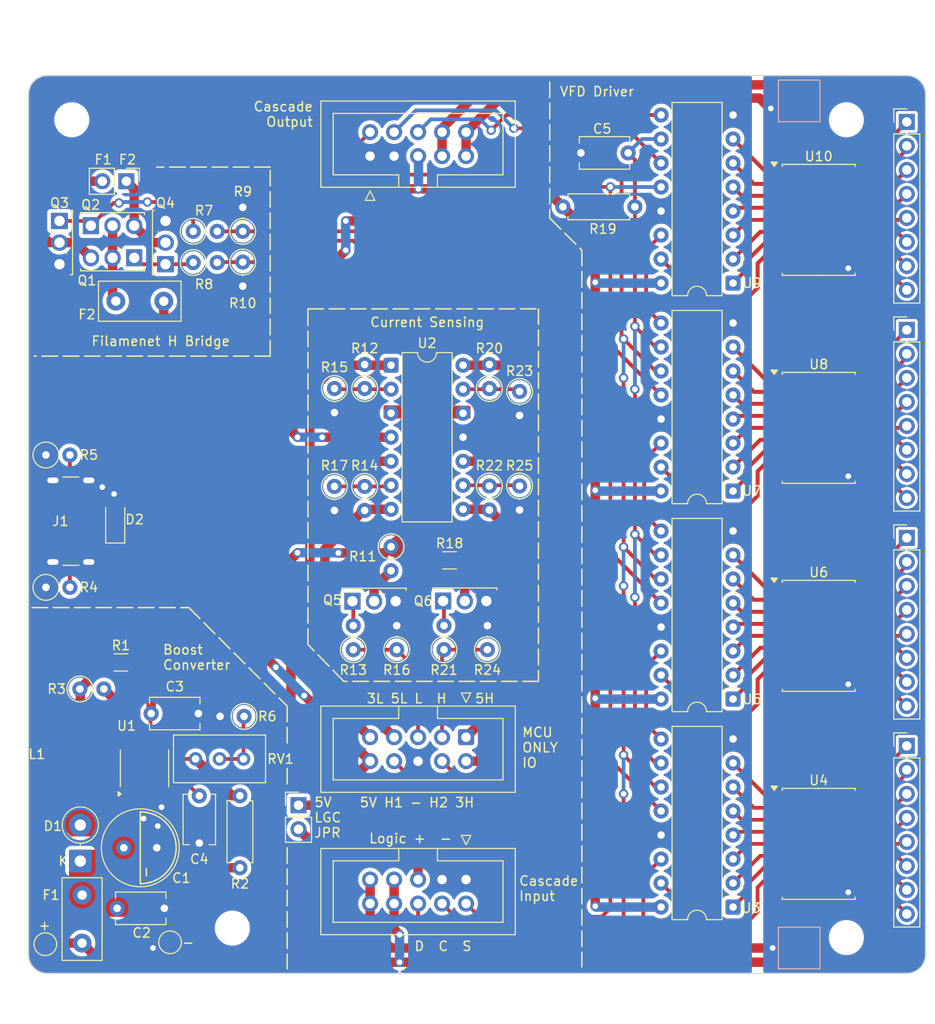
<source format=kicad_pcb>
(kicad_pcb (version 20241229) (generator "pcbnew") (generator_version "9.0")
  (title_block (title "Generic VFD Driver PCB") (date "2025-08-26") (rev "1.0.0") (company "ENEL200") (comment 1 "LWQ"))
  (layers (0 "F.Cu" signal) (2 "B.Cu" signal) (13 "F.Paste" user) (15 "B.Paste" user) (5 "F.SilkS" user "F.Silkscreen") (7 "B.SilkS" user "B.Silkscreen") (1 "F.Mask" user) (3 "B.Mask" user) (25 "Edge.Cuts" user))
  (net 0 "")
  (net 1 "/IL_SENSE")
  (net 2 "+5V")
  (net 3 "V_FB")
  (net 4 "/BOOST_OUT")
  (net 5 "/POT")
  (net 6 "GND")
  (net 7 "/BOOST_SW")
  (net 8 "CLK")
  (net 9 "SYNC")
  (net 10 "VDC")
  (net 11 "MAIN_SER_IN")
  (net 12 "MAIN_SER_OUT")
  (net 13 "FILAMENT_1")
  (net 14 "FILAMENT_2")
  (net 15 "GNDA")
  (net 16 "VCC")
  (net 17 "/LCS_DRAIN")
  (net 18 "/LCS_GATE")
  (net 19 "/HCS_DRAIN")
  (net 20 "/HCS_GATE")
  (net 21 "LCS_EN")
  (net 22 "/AFB")
  (net 23 "3LCS")
  (net 24 "/BFB")
  (net 25 "5LCS")
  (net 26 "3HCS")
  (net 27 "/CFB")
  (net 28 "HCS_EN")
  (net 29 "/DFB")
  (net 30 "5HCS")
  (net 31 "CLR")
  (net 32 "BRIDGE_G2")
  (net 33 "BRIDGE_G1")
  (net 34 "H1")
  (net 35 "H2")
  (net 36 "/VFD drive 1/H")
  (net 37 "/VFD drive 1/A")
  (net 38 "/VFD drive 1/E")
  (net 39 "/VFD drive 1/F")
  (net 40 "/VFD drive 1/G")
  (net 41 "/VFD drive 1/B")
  (net 42 "/VFD drive 1/C")
  (net 43 "/VFD drive 1/D")
  (net 44 "/VFD drive 2/C")
  (net 45 "/VFD drive 2/E")
  (net 46 "/VFD drive 2/B")
  (net 47 "/VFD drive 2/H")
  (net 48 "/VFD drive 2/A")
  (net 49 "/VFD drive 2/D")
  (net 50 "/VFD drive 2/G")
  (net 51 "/VFD drive 2/F")
  (net 52 "/VFD drive 3/A")
  (net 53 "/VFD drive 3/D")
  (net 54 "/VFD drive 3/F")
  (net 55 "/VFD drive 3/H")
  (net 56 "/VFD drive 3/B")
  (net 57 "/VFD drive 3/E")
  (net 58 "/VFD drive 3/G")
  (net 59 "/VFD drive 3/C")
  (net 60 "/VFD drive 4/B")
  (net 61 "/VFD drive 4/E")
  (net 62 "/VFD drive 4/D")
  (net 63 "/VFD drive 4/H")
  (net 64 "/VFD drive 4/C")
  (net 65 "/VFD drive 4/A")
  (net 66 "/VFD drive 4/F")
  (net 67 "/VFD drive 4/G")
  (net 68 "/SER_CHAIN1")
  (net 69 "/SER_CHAIN2")
  (net 70 "/SER_CHAIN3")
  (net 71 "/H_BRIDGE_5V")
  (net 72 "Net-(J1-CC2)")
  (net 73 "Net-(J1-CC1)")
  (net 74 "Net-(J7-Pin_6)")
  (net 75 "Net-(J7-Pin_3)")
  (net 76 "Net-(J7-Pin_8)")
  (net 77 "Net-(J7-Pin_1)")
  (net 78 "Net-(J7-Pin_7)")
  (net 79 "Net-(J7-Pin_2)")
  (net 80 "Net-(J7-Pin_5)")
  (net 81 "Net-(J7-Pin_4)")
  (net 82 "Net-(J8-Pin_8)")
  (net 83 "Net-(J8-Pin_6)")
  (net 84 "Net-(J8-Pin_5)")
  (net 85 "Net-(J8-Pin_2)")
  (net 86 "Net-(J8-Pin_7)")
  (net 87 "Net-(J8-Pin_3)")
  (net 88 "Net-(J8-Pin_1)")
  (net 89 "Net-(J8-Pin_4)")
  (net 90 "Net-(J9-Pin_5)")
  (net 91 "Net-(J9-Pin_7)")
  (net 92 "Net-(J9-Pin_2)")
  (net 93 "Net-(J9-Pin_6)")
  (net 94 "Net-(J9-Pin_1)")
  (net 95 "Net-(J9-Pin_3)")
  (net 96 "Net-(J9-Pin_4)")
  (net 97 "Net-(J9-Pin_8)")
  (net 98 "/TC")
  (net 99 "/DRIVE_COLLECTOR")
  (net 100 "Net-(J6-Pin_6)")
  (net 101 "Net-(J6-Pin_3)")
  (net 102 "Net-(J6-Pin_8)")
  (net 103 "Net-(J6-Pin_1)")
  (net 104 "Net-(J6-Pin_7)")
  (net 105 "Net-(J6-Pin_2)")
  (net 106 "Net-(J6-Pin_5)")
  (net 107 "Net-(J6-Pin_4)")
  (footprint "Resistor_THT:R_Axial_DIN0207_L6.3mm_D2.5mm_P2.54mm_Vertical" (layer "F.Cu") (at 136.24 111.105 180)
    (property "Reference" "R6")
    (property "Value" "3k9" (hide yes))
  )
  (footprint "Package_TO_SOT_THT:TO-251-3_Vertical" (layer "F.Cu") (at 127.92 63.28 90)
    (property "Reference" "Q4")
    (property "Value" "RFD14N05L" (hide yes))
  )
  (footprint "Capacitor_THT:C_Disc_D5.1mm_W3.2mm_P5.00mm" (layer "F.Cu") (at 122.8 131.405)
    (property "Reference" "C2")
    (property "Value" "100n" (hide yes))
  )
  (footprint "Resistor_THT:R_Axial_DIN0207_L6.3mm_D2.5mm_P2.54mm_Vertical" (layer "F.Cu") (at 136.1 63.055 -90)
    (property "Reference" "R10")
    (property "Value" "10k" (hide yes))
  )
  (footprint "MountingHole:MountingHole_3.2mm_M3" (layer "F.Cu") (at 200 48)
    (property "Reference" "H2" (hide yes))
    (property "Value" "MountingHole" (hide yes))
  )
  (footprint "MountingHole:MountingHole_3.2mm_M3" (layer "F.Cu") (at 200 134.5)
    (property "Reference" "H4" (hide yes))
    (property "Value" "MountingHole" (hide yes))
  )
  (footprint "Custom:SOP-18_7.495x11.515mm_P1.27mm" (layer "F.Cu") (at 197.075 102.585)
    (property "Reference" "U6")
    (property "Value" "TBD62783A" (hide yes))
  )
  (footprint "Package_DIP:DIP-14_W7.62mm" (layer "F.Cu") (at 151.8 73.96)
    (property "Reference" "U2")
    (property "Value" "TLV274" (hide yes))
  )
  (footprint "Resistor_THT:R_Axial_DIN0207_L6.3mm_D2.5mm_P2.54mm_Vertical" (layer "F.Cu") (at 130.855 59.8)
    (property "Reference" "R7")
    (property "Value" "2K2" (hide yes))
  )
  (footprint "Resistor_THT:R_Axial_DIN0207_L6.3mm_D2.5mm_P2.54mm_Vertical" (layer "F.Cu") (at 157.4 104.045 90)
    (property "Reference" "R21")
    (property "Value" "2K2" (hide yes))
  )
  (footprint "Connector_IDC:IDC-Header_2x05_P2.54mm_Vertical" (layer "F.Cu") (at 159.74 113.305 -90)
    (property "Reference" "J5" (hide yes))
    (property "Value" "Conn_02x05_Counter_Clockwise" (hide yes))
  )
  (footprint "Custom:SOP-18_7.495x11.515mm_P1.27mm" (layer "F.Cu") (at 197.075 124.585)
    (property "Reference" "U4")
    (property "Value" "TBD62783A" (hide yes))
  )
  (footprint "Connector_PinHeader_2.54mm:PinHeader_1x08_P2.54mm_Vertical" (layer "F.Cu") (at 206.4 114.225)
    (property "Reference" "J6" (hide yes))
    (property "Value" "Conn_01x08_Pin" (hide yes))
  )
  (footprint "Connector_USB:USB_C_Receptacle_GCT_USB4125-xx-x-0190_6P_TopMnt_Horizontal" (layer "F.Cu") (at 116.8 90.455 -90)
    (property "Reference" "J1")
    (property "Value" "USB_C_Receptacle_USB2.0_14P" (hide yes))
  )
  (footprint "Capacitor_THT:C_Disc_D5.1mm_W3.2mm_P5.00mm" (layer "F.Cu") (at 126.4 110.805)
    (property "Reference" "C3")
    (property "Value" "100n" (hide yes))
  )
  (footprint "Capacitor_THT:C_Disc_D5.1mm_W3.2mm_P5.00mm" (layer "F.Cu") (at 131.5 119.505 -90)
    (property "Reference" "C4")
    (property "Value" "330p" (hide yes))
  )
  (footprint "Custom:SPM7054VT-D" (layer "F.Cu") (at 118.9 115.13 -90)
    (property "Reference" "L1")
    (property "Value" "100uH" (hide yes))
  )
  (footprint "Resistor_THT:R_Axial_DIN0207_L6.3mm_D2.5mm_P2.54mm_Vertical" (layer "F.Cu") (at 115.26 83.455)
    (property "Reference" "R5")
    (property "Value" "5k1" (hide yes))
  )
  (footprint "Resistor_THT:R_Axial_DIN0207_L6.3mm_D2.5mm_P2.54mm_Vertical" (layer "F.Cu") (at 152.4 104.05 90)
    (property "Reference" "R16")
    (property "Value" "10k" (hide yes))
  )
  (footprint "Connector_IDC:IDC-Header_2x05_P2.54mm_Vertical" (layer "F.Cu") (at 159.74 128.365 -90)
    (property "Reference" "J4" (hide yes))
    (property "Value" "Conn_02x05_Counter_Clockwise" (hide yes))
  )
  (footprint "Connector_IDC:IDC-Header_2x05_P2.54mm_Vertical" (layer "F.Cu") (at 149.58 51.845 90)
    (property "Reference" "J3" (hide yes))
    (property "Value" "Conn_02x05_Counter_Clockwise" (hide yes))
  )
  (footprint "Package_DIP:DIP-16_W7.62mm" (layer "F.Cu") (at 188.005 109.275 180)
    (property "Reference" "U5")
    (property "Value" "74HC595" (hide yes))
  )
  (footprint "Resistor_THT:R_Axial_DIN0207_L6.3mm_D2.5mm_P2.54mm_Vertical" (layer "F.Cu") (at 162.205 76.425 90)
    (property "Reference" "R20")
    (property "Value" "18k" (hide yes))
  )
  (footprint "Package_TO_SOT_THT:TO-251-3_Vertical" (layer "F.Cu") (at 116.7 58.7 -90)
    (property "Reference" "Q3")
    (property "Value" "RFD14N05L" (hide yes))
  )
  (footprint "Package_TO_SOT_THT:TO-251-3_Vertical" (layer "F.Cu") (at 124.61 62.6 180)
    (property "Reference" "Q1")
    (property "Value" "RFD14N05L" (hide yes))
  )
  (footprint "Capacitor_THT:C_Radial_D8.0mm_H11.5mm_P3.50mm" (layer "F.Cu") (at 123.5 125.005)
    (property "Reference" "C1")
    (property "Value" "100u" (hide yes))
  )
  (footprint "Custom:SOP-18_7.495x11.515mm_P1.27mm" (layer "F.Cu") (at 197.075 80.585)
    (property "Reference" "U8")
    (property "Value" "TBD62783A" (hide yes))
  )
  (footprint "Resistor_THT:R_Axial_DIN0207_L6.3mm_D2.5mm_P2.54mm_Vertical" (layer "F.Cu") (at 149.005 86.78 -90)
    (property "Reference" "R14")
    (property "Value" "10k" (hide yes))
  )
  (footprint "Connector_PinHeader_2.54mm:PinHeader_1x08_P2.54mm_Vertical" (layer "F.Cu") (at 206.4 70.225)
    (property "Reference" "J8" (hide yes))
    (property "Value" "Conn_01x08_Pin" (hide yes))
  )
  (footprint "Package_DIP:DIP-16_W7.62mm" (layer "F.Cu") (at 188.005 65.275 180)
    (property "Reference" "U9")
    (property "Value" "74HC595" (hide yes))
  )
  (footprint "Resistor_THT:R_Axial_DIN0207_L6.3mm_D2.5mm_P2.54mm_Vertical" (layer "F.Cu") (at 115.26 97.455)
    (property "Reference" "R4")
    (property "Value" "5k1" (hide yes))
  )
  (footprint "Resistor_THT:R_Axial_DIN0207_L6.3mm_D2.5mm_P2.54mm_Vertical" (layer "F.Cu") (at 165.405 86.735 -90)
    (property "Reference" "R25")
    (property "Value" "10k" (hide yes))
  )
  (footprint "Resistor_THT:R_Axial_DIN0207_L6.3mm_D2.5mm_P2.54mm_Vertical" (layer "F.Cu") (at 151.8 93.155 -90)
    (property "Reference" "R11")
    (property "Value" "6R8" (hide yes))
  )
  (footprint "Connector_PinHeader_2.54mm:PinHeader_1x08_P2.54mm_Vertical" (layer "F.Cu") (at 206.4 48.225)
    (property "Reference" "J9" (hide yes))
    (property "Value" "Conn_01x08_Pin" (hide yes))
  )
  (footprint "Resistor_SMD:R_1206_3216Metric_Pad1.30x1.75mm_HandSolder" (layer "F.Cu") (at 123.2 105.4 180)
    (property "Reference" "R1")
    (property "Value" "0.2R" (hide yes))
  )
  (footprint "Package_DIP:DIP-16_W7.62mm" (layer "F.Cu") (at 188.005 87.275 180)
    (property "Reference" "U7")
    (property "Value" "74HC595" (hide yes))
  )
  (footprint "Connector_PinHeader_2.54mm:PinHeader_1x02_P2.54mm_Vertical" (layer "F.Cu") (at 142 120.5)
    (property "Reference" "JP1" (hide yes))
    (property "Value" "Jumper_2_Open" (hide yes))
  )
  (footprint "Capacitor_THT:C_Disc_D5.1mm_W3.2mm_P5.00mm" (layer "F.Cu") (at 176.9 51.505 180)
    (property "Reference" "C5")
    (property "Value" "100n" (hide yes))
  )
  (footprint "Diode_THT:D_DO-15_P3.81mm_Vertical_KathodeUp" (layer "F.Cu") (at 118.9 126.41 90)
    (property "Reference" "D1")
    (property "Value" "SB240L" (hide yes))
  )
  (footprint "Potentiometer_THT:Potentiometer_Bourns_3296W_Vertical" (layer "F.Cu") (at 131.1 115.605 180)
    (property "Reference" "RV1")
    (property "Value" "10k" (hide yes))
  )
  (footprint "Fuse:Fuse_Littelfuse_395Series" (layer "F.Cu") (at 119.09 135.085 90)
    (property "Reference" "F1")
    (property "Value" "100mA hold" (hide yes))
  )
  (footprint "Fuse:Fuse_Littelfuse_395Series" (layer "F.Cu") (at 127.74 67.19 180)
    (property "Reference" "F2")
    (property "Value" "500mA hold" (hide yes))
  )
  (footprint "Resistor_THT:R_Axial_DIN0207_L6.3mm_D2.5mm_P2.54mm_Vertical" (layer "F.Cu") (at 118.855 108.205)
    (property "Reference" "R3")
    (property "Value" "180R" (hide yes))
  )
  (footprint "TestPoint:TestPoint_Pad_D2.0mm" (layer "F.Cu") (at 128.4 135)
    (property "Reference" "TP2" (hide yes))
    (property "Value" "TestPoint" (hide yes))
  )
  (footprint "Resistor_THT:R_Axial_DIN0207_L6.3mm_D2.5mm_P2.54mm_Vertical" (layer "F.Cu") (at 130.855 63.1)
    (property "Reference" "R8")
    (property "Value" "2K2" (hide yes))
  )
  (footprint "TestPoint:TestPoint_Pad_D2.0mm" (layer "F.Cu") (at 115.2 135.2)
    (property "Reference" "TP1" (hide yes))
    (property "Value" "TestPoint" (hide yes))
  )
  (footprint "Connector_PinHeader_2.54mm:PinHeader_1x02_P2.54mm_Vertical" (layer "F.Cu") (at 123.775 54.5 -90)
    (property "Reference" "J2" (hide yes))
    (property "Value" "Conn_01x02_Pin" (hide yes))
  )
  (footprint "Resistor_THT:R_Axial_DIN0207_L6.3mm_D2.5mm_P2.54mm_Vertical" (layer "F.Cu") (at 165.405 76.735 -90)
    (property "Reference" "R23")
    (property "Value" "100R" (hide yes))
  )
  (footprint "Custom:SOP-18_7.495x11.515mm_P1.27mm" (layer "F.Cu") (at 197.075 58.585)
    (property "Reference" "U10")
    (property "Value" "TBD62783A" (hide yes))
  )
  (footprint "Resistor_THT:R_Axial_DIN0207_L6.3mm_D2.5mm_P2.54mm_Vertical" (layer "F.Cu") (at 147.8 104.05 90)
    (property "Reference" "R13")
    (property "Value" "2K2" (hide yes))
  )
  (footprint "Resistor_THT:R_Axial_DIN0207_L6.3mm_D2.5mm_P2.54mm_Vertical" (layer "F.Cu") (at 145.805 76.425 -90)
    (property "Reference" "R15")
    (property "Value" "100R" (hide yes))
  )
  (footprint "Resistor_THT:R_Axial_DIN0207_L6.3mm_D2.5mm_P2.54mm_Vertical" (layer "F.Cu") (at 162.205 86.735 -90)
    (property "Reference" "R22")
    (property "Value" "10k" (hide yes))
  )
  (footprint "Diode_SMD:D_SMF" (layer "F.Cu") (at 122.6 90.405 90)
    (property "Reference" "D2")
    (property "Value" "SMF5V0A" (hide yes))
  )
  (footprint "Package_SO:SOIC-8_3.9x4.9mm_P1.27mm" (layer "F.Cu") (at 125.7 116.605 90)
    (property "Reference" "U1")
    (property "Value" "MC34063AD" (hide yes))
  )
  (footprint "MountingHole:MountingHole_3.2mm_M3" (layer "F.Cu") (at 135 133.5)
    (property "Reference" "H3" (hide yes))
    (property "Value" "MountingHole" (hide yes))
  )
  (footprint "Resistor_THT:R_Axial_DIN0207_L6.3mm_D2.5mm_P2.54mm_Vertical" (layer "F.Cu") (at 145.805 86.78 -90)
    (property "Reference" "R17")
    (property "Value" "10k" (hide yes))
  )
  (footprint "Package_TO_SOT_THT:TO-251-3_Vertical" (layer "F.Cu") (at 157.31 98.905)
    (property "Reference" "Q6")
    (property "Value" "RFD14N05L" (hide yes))
  )
  (footprint "Package_DIP:DIP-16_W7.62mm" (layer "F.Cu") (at 188.005 131.275 180)
    (property "Reference" "U3")
    (property "Value" "74HC595" (hide yes))
  )
  (footprint "Resistor_THT:R_Axial_DIN0207_L6.3mm_D2.5mm_P2.54mm_Vertical" (layer "F.Cu") (at 149.005 76.425 90)
    (property "Reference" "R12")
    (property "Value" "12k" (hide yes))
  )
  (footprint "Resistor_THT:R_Axial_DIN0207_L6.3mm_D2.5mm_P2.54mm_Vertical" (layer "F.Cu") (at 162 104.045 90)
    (property "Reference" "R24")
    (property "Value" "10k" (hide yes))
  )
  (footprint "Resistor_THT:R_Axial_DIN0207_L6.3mm_D2.5mm_P7.62mm_Horizontal" (layer "F.Cu") (at 177.61 57.205 180)
    (property "Reference" "R19")
    (property "Value" "10k" (hide yes))
  )
  (footprint "Resistor_THT:R_Axial_DIN0207_L6.3mm_D2.5mm_P2.54mm_Vertical" (layer "F.Cu") (at 136.1 59.8 90)
    (property "Reference" "R9")
    (property "Value" "10k" (hide yes))
  )
  (footprint "Resistor_THT:R_Axial_DIN0207_L6.3mm_D2.5mm_P7.62mm_Horizontal" (layer "F.Cu") (at 135.8 127.115 90)
    (property "Reference" "R2")
    (property "Value" "100k" (hide yes))
  )
  (footprint "Resistor_SMD:R_1206_3216Metric_Pad1.30x1.75mm_HandSolder" (layer "F.Cu") (at 158 94.6)
    (property "Reference" "R18")
    (property "Value" "0.2R" (hide yes))
  )
  (footprint "MountingHole:MountingHole_3.2mm_M3" (layer "F.Cu") (at 118 48)
    (property "Reference" "H1" (hide yes))
    (property "Value" "MountingHole" (hide yes))
  )
  (footprint "Package_TO_SOT_THT:TO-251-3_Vertical" (layer "F.Cu") (at 120.02 59.2)
    (property "Reference" "Q2")
    (property "Value" "RFD14N05L" (hide yes))
  )
  (footprint "Package_TO_SOT_THT:TO-251-3_Vertical" (layer "F.Cu") (at 147.71 98.925)
    (property "Reference" "Q5")
    (property "Value" "RFD14N05L" (hide yes))
  )
  (footprint "Connector_PinHeader_2.54mm:PinHeader_1x08_P2.54mm_Vertical" (layer "F.Cu") (at 206.4 92.225)
    (property "Reference" "J7" (hide yes))
    (property "Value" "Conn_01x08_Pin" (hide yes))
  )
  (footprint "TestPoint:TestPoint_Pad_4.0x4.0mm" (layer "B.Cu") (at 195 46 180)
    (property "Reference" "TP3" (hide yes))
    (property "Value" "TestPoint" (hide yes))
  )
  (footprint "TestPoint:TestPoint_Pad_4.0x4.0mm" (layer "B.Cu") (at 195 135.6 180)
    (property "Reference" "TP4" (hide yes))
    (property "Value" "TestPoint" (hide yes))
  )
  (gr_line (start 139 53) (end 127 53) (stroke (width 0.15) (type dash)) (layer "F.SilkS"))
  (gr_line (start 143 103.5) (end 143 68) (stroke (width 0.15) (type dash)) (layer "F.SilkS"))
  (gr_line (start 140.8 125) (end 140.8 137.8) (stroke (width 0.15) (type dash)) (layer "F.SilkS"))
  (gr_line (start 146.8 107.4) (end 143 103.5) (stroke (width 0.15) (type dash)) (layer "F.SilkS"))
  (gr_line (start 168.6 58.4) (end 172 61.8) (stroke (width 0.15) (type dash)) (layer "F.SilkS"))
  (gr_line (start 167.4 107.4) (end 146.8 107.4) (stroke (width 0.15) (type dash)) (layer "F.SilkS"))
  (gr_arc (start 125.25 121.205) (mid 129.05 125.005) (end 125.25 128.805) (stroke (width 0.15)) (layer "F.SilkS"))
  (gr_line (start 125.25 121.205) (end 125.25 128.805) (stroke (width 0.15)) (layer "F.SilkS"))
  (gr_line (start 139 73) (end 139 53) (stroke (width 0.15) (type dash)) (layer "F.SilkS"))
  (gr_line (start 130.4 99.6) (end 140.8 110.015) (stroke (width 0.15) (type dash)) (layer "F.SilkS"))
  (gr_line (start 113.8 99.6) (end 130.4 99.6) (stroke (width 0.15) (type dash)) (layer "F.SilkS"))
  (gr_line (start 140.8 110.015) (end 140.8 114.4) (stroke (width 0.15) (type dash)) (layer "F.SilkS"))
  (gr_line (start 143 68) (end 167.4 68) (stroke (width 0.15) (type dash)) (layer "F.SilkS"))
  (gr_line (start 168.6 44) (end 168.6 58.4) (stroke (width 0.15) (type dash)) (layer "F.SilkS"))
  (gr_line (start 172 61.8) (end 172 137.6) (stroke (width 0.15) (type dash)) (layer "F.SilkS"))
  (gr_line (start 140.8 116.6) (end 140.8 118.6) (stroke (width 0.15) (type dash)) (layer "F.SilkS"))
  (gr_line (start 167.4 68) (end 167.4 107.4) (stroke (width 0.15) (type dash)) (layer "F.SilkS"))
  (gr_line (start 139 73) (end 114 73) (stroke (width 0.15) (type dash)) (layer "F.SilkS"))
  (gr_line (start 206.4 138.305) (end 115.4 138.305) (stroke (width 0.1)) (layer "Edge.Cuts"))
  (gr_arc (start 113.4 45.305) (mid 113.985786 43.890786) (end 115.4 43.305) (stroke (width 0.1)) (layer "Edge.Cuts"))
  (gr_arc (start 206.4 43.305) (mid 207.814214 43.890786) (end 208.4 45.305) (stroke (width 0.1)) (layer "Edge.Cuts"))
  (gr_arc (start 115.4 138.305) (mid 113.985786 137.719214) (end 113.4 136.305) (stroke (width 0.1)) (layer "Edge.Cuts"))
  (gr_arc (start 208.4 136.305) (mid 207.814214 137.719214) (end 206.4 138.305) (stroke (width 0.1)) (layer "Edge.Cuts"))
  (gr_line (start 113.4 136.305) (end 113.4 45.305) (stroke (width 0.1)) (layer "Edge.Cuts"))
  (gr_line (start 115.4 43.305) (end 206.4 43.305) (stroke (width 0.1)) (layer "Edge.Cuts"))
  (gr_line (start 208.4 45.305) (end 208.4 136.305) (stroke (width 0.1)) (layer "Edge.Cuts"))
  (gr_text "Cascade\nOutput" (at 143.6 48.8 0) (layer "F.SilkS") (effects (font (size 1 1)) (justify right bottom)))
  (gr_text "-" (at 129.6 135.6 0) (layer "F.SilkS") (effects (font (size 1 1)) (justify left bottom)))
  (gr_text "5V\nLGC\nJPR" (at 143.6 124 0) (layer "F.SilkS") (effects (font (size 1 1)) (justify left bottom)))
  (gr_text "MCU\nONLY\nIO" (at 165.6 116.6 0) (layer "F.SilkS") (effects (font (size 1 1)) (justify left bottom)))
  (gr_text "Cascade\nInput" (at 165.275 130.7 0) (layer "F.SilkS") (effects (font (size 1 1)) (justify left bottom)))
  (gr_text "D  C  S" (at 154.2 136 0) (layer "F.SilkS") (effects (font (size 1 1)) (justify left bottom)))
  (gr_text "Filamenet H Bridge" (at 120 72 0) (layer "F.SilkS") (effects (font (size 1 1)) (justify left bottom)))
  (gr_text "-" (at 126.4 128.305 90) (layer "F.SilkS") (effects (font (size 1 1)) (justify left bottom)))
  (gr_text "Logic +  -" (at 149.4 124.6 0) (layer "F.SilkS") (effects (font (size 1 1)) (justify left bottom)))
  (gr_text "+" (at 114.4 133.8 0) (layer "F.SilkS") (effects (font (size 1 1)) (justify left bottom)))
  (gr_text "Current Sensing" (at 149.5 70 0) (layer "F.SilkS") (effects (font (size 1 1)) (justify left bottom)))
  (gr_text "VFD Driver" (at 169.6 45.6 0) (layer "F.SilkS") (effects (font (size 1 1)) (justify left bottom)))
  (gr_text "3L 5L L  H    5H" (at 149.14 109.8 0) (layer "F.SilkS") (effects (font (size 1 1)) (justify left bottom)))
  (gr_text "5V H1 - H2 3H" (at 148.4 120.8 0) (layer "F.SilkS") (effects (font (size 1 1)) (justify left bottom)))
  (gr_text "Boost\nConverter" (at 127.575 106.25 0) (layer "F.SilkS") (effects (font (size 1 1)) (justify left bottom)))
  (gr_text "F1 F2" (at 120.32 52.795 0) (layer "F.SilkS") (effects (font (size 1 1)) (justify left bottom)))
  (segment (start 125.065 114.13) (end 125.065 108.815) (width 0.4) (layer "F.Cu") (net 1))
  (segment (start 118.855 108.195) (end 121.65 105.4) (width 1) (layer "F.Cu") (net 1))
  (segment (start 118.855 108.205) (end 118.855 108.195) (width 1) (layer "F.Cu") (net 1))
  (segment (start 118.9 108.25) (end 118.855 108.205) (width 1) (layer "F.Cu") (net 1))
  (segment (start 125.065 108.815) (end 121.65 105.4) (width 0.4) (layer "F.Cu") (net 1))
  (segment (start 118.9 111.855) (end 118.9 108.25) (width 1) (layer "F.Cu") (net 1))
  (segment (start 122.6 101) (end 124.75 103.15) (width 1) (layer "F.Cu") (net 2))
  (segment (start 127.74 67.19) (end 127.74 86.715) (width 1) (layer "F.Cu") (net 2))
  (segment (start 142.64 108.905) (end 149.58 115.845) (width 1) (layer "F.Cu") (net 2))
  (segment (start 127.74 86.715) (end 122.6 91.855) (width 1) (layer "F.Cu") (net 2))
  (segment (start 126.4 107.05) (end 126.4 110.805) (width 1) (layer "F.Cu") (net 2))
  (segment (start 149.58 115.845) (end 149.58 115.685) (width 1) (layer "F.Cu") (net 2))
  (segment (start 139.6 105.905) (end 136.9 103.205) (width 1) (layer "F.Cu") (net 2))
  (segment (start 124.75 105.4) (end 126.4 107.05) (width 1) (layer "F.Cu") (net 2))
  (segment (start 126.335 110.87) (end 126.4 110.805) (width 0.4) (layer "F.Cu") (net 2))
  (segment (start 142 120.5) (end 144.925 120.5) (width 1) (layer "F.Cu") (net 2))
  (segment (start 124.75 103.15) (end 136.845 103.15) (width 1) (layer "F.Cu") (net 2))
  (segment (start 149.58 115.845) (end 149.54 115.845) (width 1) (layer "F.Cu") (net 2))
  (segment (start 124.75 103.15) (end 124.75 105.4) (width 1) (layer "F.Cu") (net 2))
  (segment (start 144.925 120.5) (end 149.58 115.845) (width 1) (layer "F.Cu") (net 2))
  (segment (start 126.335 114.13) (end 126.335 110.87) (width 0.4) (layer "F.Cu") (net 2))
  (segment (start 142.6 108.905) (end 142.64 108.905) (width 1) (layer "F.Cu") (net 2))
  (segment (start 122.6 91.855) (end 122.6 101) (width 1) (layer "F.Cu") (net 2))
  (segment (start 136.845 103.15) (end 136.9 103.205) (width 1) (layer "F.Cu") (net 2))
  (via (at 142.6 108.905) (size 1) (drill 0.6) (layers "F.Cu" "B.Cu") (net 2))
  (via (at 139.6 105.905) (size 1) (drill 0.6) (layers "F.Cu" "B.Cu") (net 2))
  (segment (start 142.6 108.905) (end 139.6 105.905) (width 1) (layer "B.Cu") (net 2))
  (segment (start 131.1 115.605) (end 129.08 115.605) (width 0.4) (layer "F.Cu") (net 3))
  (segment (start 131.3 115.805) (end 131.1 115.605) (width 0.4) (layer "F.Cu") (net 3))
  (segment (start 134.99 119.495) (end 131.1 115.605) (width 1) (layer "F.Cu") (net 3))
  (segment (start 135.8 119.495) (end 134.99 119.495) (width 1) (layer "F.Cu") (net 3))
  (segment (start 129.08 115.605) (end 127.605 114.13) (width 0.4) (layer "F.Cu") (net 3))
  (segment (start 135.8 127.115) (end 124.01 127.115) (width 1) (layer "F.Cu") (net 4))
  (segment (start 136.18 111.165) (end 136.24 111.105) (width 0.4) (layer "F.Cu") (net 5))
  (segment (start 133.64 115.605) (end 136.18 115.605) (width 0.4) (layer "F.Cu") (net 5))
  (segment (start 136.18 115.605) (end 136.18 111.165) (width 0.4) (layer "F.Cu") (net 5))
  (segment (start 126.6 135.6) (end 127.8 135.6) (width 1) (layer "F.Cu") (net 6))
  (segment (start 127.8 135.6) (end 128.4 135) (width 1) (layer "F.Cu") (net 6))
  (via (at 127.1 122.705) (size 1) (drill 0.6) (layers "F.Cu" "B.Cu") (net 6))
  (via (at 127.5 120.705) (size 1) (drill 0.6) (layers "F.Cu" "B.Cu") (net 6))
  (via (at 122.475 87.575) (size 1) (drill 0.6) (layers "F.Cu" "B.Cu") (net 6))
  (via (at 126.6 135.6) (size 1) (drill 0.6) (layers "F.Cu" "B.Cu") (net 6))
  (via (at 121.225 86.85) (size 1) (drill 0.6) (layers "F.Cu" "B.Cu") (net 6))
  (via (at 125.6 121.905) (size 1) (drill 0.6) (layers "F.Cu" "B.Cu") (net 6))
  (segment (start 176.415 71.19) (end 176.2 70.975) (width 0.4) (layer "F.Cu") (net 8))
  (segment (start 180.385 52.575) (end 180.27 52.575) (width 0.4) (layer "F.Cu") (net 8))
  (segment (start 179.8 74.575) (end 176.415 71.19) (width 0.4) (layer "F.Cu") (net 8))
  (segment (start 175.2 48.905) (end 164.8 48.905) (width 0.4) (layer "F.Cu") (net 8))
  (segment (start 180.385 96.575) (end 179.8 96.575) (width 0.4) (layer "F.Cu") (net 8))
  (segment (start 179.8 118.575) (end 176.415 115.19) (width 0.4) (layer "F.Cu") (net 8))
  (segment (start 180.385 74.575) (end 179.8 74.575) (width 0.4) (layer "F.Cu") (net 8))
  (segment (start 176.2 70.975) (end 176.2 53.905) (width 0.4) (layer "F.Cu") (net 8))
  (segment (start 159.6 133.305) (end 157.2 130.905) (width 0.4) (layer "F.Cu") (net 8))
  (segment (start 176.2 53.905) (end 175.2 52.905) (width 0.4) (layer "F.Cu") (net 8))
  (segment (start 176.415 132.39) (end 175.5 133.305) (width 0.4) (layer "F.Cu") (net 8))
  (segment (start 176.415 115.19) (end 176.415 97.305) (width 0.4) (layer "F.Cu") (net 8))
  (segment (start 176.715 48.905) (end 175.2 48.905) (width 0.4) (layer "F.Cu") (net 8))
  (segment (start 180.385 52.575) (end 176.715 48.905) (width 0.4) (layer "F.Cu") (net 8))
  (segment (start 175.5 133.305) (end 159.6 133.305) (width 0.4) (layer "F.Cu") (net 8))
  (segment (start 175.2 52.905) (end 175.2 48.905) (width 0.4) (layer "F.Cu") (net 8))
  (segment (start 180.385 118.575) (end 179.8 118.575) (width 0.4) (layer "F.Cu") (net 8))
  (segment (start 179.8 96.575) (end 176.415 93.19) (width 0.4) (layer "F.Cu") (net 8))
  (segment (start 176.415 119.305) (end 176.415 132.39) (width 0.4) (layer "F.Cu") (net 8))
  (segment (start 176.415 93.19) (end 176.415 75.305) (width 0.4) (layer "F.Cu") (net 8))
  (via (at 164.8 48.905) (size 1) (drill 0.6) (layers "F.Cu" "B.Cu") (net 8))
  (via (at 176.415 71.19) (size 1) (drill 0.6) (layers "F.Cu" "B.Cu") (net 8))
  (via (at 176.415 97.305) (size 1) (drill 0.6) (layers "F.Cu" "B.Cu") (net 8))
  (via (at 176.415 93.19) (size 1) (drill 0.6) (layers "F.Cu" "B.Cu") (net 8))
  (via (at 176.415 119.305) (size 1) (drill 0.6) (layers "F.Cu" "B.Cu") (net 8))
  (via (at 176.415 75.305) (size 1) (drill 0.6) (layers "F.Cu" "B.Cu") (net 8))
  (via (at 176.415 115.19) (size 1) (drill 0.6) (layers "F.Cu" "B.Cu") (net 8))
  (segment (start 176.415 71.19) (end 176.415 75.305) (width 0.4) (layer "B.Cu") (net 8))
  (segment (start 164.8 48.905) (end 162.9 47.005) (width 0.4) (layer "B.Cu") (net 8))
  (segment (start 162.9 47.005) (end 154.42 47.005) (width 0.4) (layer "B.Cu") (net 8))
  (segment (start 154.42 47.005) (end 152.12 49.305) (width 0.4) (layer "B.Cu") (net 8))
  (segment (start 176.415 93.19) (end 176.415 97.305) (width 0.4) (layer "B.Cu") (net 8))
  (segment (start 176.415 115.19) (end 176.415 119.305) (width 0.4) (layer "B.Cu") (net 8))
  (segment (start 175 118.105) (end 175.015 118.09) (width 0.4) (layer "F.Cu") (net 9))
  (segment (start 175.015 72.33) (end 175.015 92.985) (width 0.4) (layer "F.Cu") (net 9))
  (segment (start 175.015 118.09) (end 175.015 131.39) (width 0.4) (layer "F.Cu") (net 9))
  (segment (start 172.9 55.105) (end 171.6 53.805) (width 0.4) (layer "F.Cu") (net 9))
  (segment (start 171.6 53.805) (end 148.4 53.805) (width 0.4) (layer "F.Cu") (net 9))
  (segment (start 175.015 131.39) (end 174.1 132.305) (width 0.4) (layer "F.Cu") (net 9))
  (segment (start 175.055 115.785) (end 175.015 115.785) (width 0.4) (layer "F.Cu") (net 9))
  (segment (start 175.015 92.985) (end 175.015 94.33) (width 0.4) (layer "F.Cu") (net 9))
  (segment (start 161.14 132.305) (end 159.74 130.905) (width 0.4) (layer "F.Cu") (net 9))
  (segment (start 175.015 71.185) (end 175.015 55.105) (width 0.4) (layer "F.Cu") (net 9))
  (segment (start 174.1 132.305) (end 161.14 132.305) (width 0.4) (layer "F.Cu") (net 9))
  (segment (start 175.015 115.105) (end 175.015 118.09) (width 0.4) (layer "F.Cu") (net 9))
  (segment (start 175.015 115.105) (end 175.015 94.33) (width 0.4) (layer "F.Cu") (net 9))
  (segment (start 175.015 71.185) (end 175.015 72.33) (width 0.4) (layer "F.Cu") (net 9))
  (segment (start 147.6 53.005) (end 147.6 51.285) (width 0.4) (layer "F.Cu") (net 9))
  (segment (start 175.015 115.785) (end 175.015 115.105) (width 0.4) (layer "F.Cu") (net 9))
  (segment (start 147.6 51.285) (end 149.58 49.305) (width 0.4) (layer "F.Cu") (net 9))
  (segment (start 180.385 77.115) (end 175.015 71.745) (width 0.4) (layer "F.Cu") (net 9))
  (segment (start 180.385 121.115) (end 175.055 115.785) (width 0.4) (layer "F.Cu") (net 9))
  (segment (start 175.015 71.745) (end 175.015 71.185) (width 0.4) (layer "F.Cu") (net 9))
  (segment (start 175.015 55.105) (end 172.9 55.105) (width 0.4) (layer "F.Cu") (net 9))
  (segment (start 175.015 93.745) (end 175.015 92.985) (width 0.4) (layer "F.Cu") (net 9))
  (segment (start 148.4 53.805) (end 147.6 53.005) (width 0.4) (layer "F.Cu") (net 9))
  (segment (start 180.385 99.115) (end 175.015 93.745) (width 0.4) (layer "F.Cu") (net 9))
  (via (at 175.015 55.105) (size 1) (drill 0.6) (layers "F.Cu" "B.Cu") (net 9))
  (segment (start 175.025 55.115) (end 175.015 55.105) (width 0.4) (layer "B.Cu") (net 9))
  (segment (start 180.385 55.115) (end 175.025 55.115) (width 0.4) (layer "B.Cu") (net 9))
  (segment (start 152.7 137.105) (end 121.11 137.105) (width 1) (layer "F.Cu") (net 10))
  (segment (start 152.12 133.625) (end 152.7 134.205) (width 1) (layer "F.Cu") (net 10))
  (segment (start 152.12 128.365) (end 152.12 130.905) (width 1) (layer "F.Cu") (net 10))
  (segment (start 195 85.585) (end 195 64.985) (width 1) (layer "F.Cu") (net 10))
  (segment (start 195 107.785) (end 195 85.585) (width 1) (layer "F.Cu") (net 10))
  (segment (start 121.11 137.105) (end 119.09 135.085) (width 1) (layer "F.Cu") (net 10))
  (segment (start 161.8 44.305) (end 157.2 48.905) (width 1) (layer "F.Cu") (net 10))
  (segment (start 195 64.985) (end 195 63.505) (width 1) (layer "F.Cu") (net 10))
  (segment (start 157.2 49.305) (end 157.2 51.845) (width 1) (layer "F.Cu") (net 10))
  (segment (start 192.35 129.665) (end 194.52 129.665) (width 1) (layer "F.Cu") (net 10))
  (segment (start 192.35 107.665) (end 194.88 107.665) (width 1) (layer "F.Cu") (net 10))
  (segment (start 192.35 85.665) (end 194.92 85.665) (width 1) (layer "F.Cu") (net 10))
  (segment (start 195 135.385) (end 193.28 137.105) (width 1) (layer "F.Cu") (net 10))
  (segment (start 193.28 137.105) (end 152.7 137.105) (width 1) (layer "F.Cu") (net 10))
  (segment (start 195 47.805) (end 191.5 44.305) (width 1) (layer "F.Cu") (net 10))
  (segment (start 195 107.785) (end 195 135.385) (width 1) (layer "F.Cu") (net 10))
  (segment (start 115.315 135.085) (end 115.2 135.2) (width 1) (layer "F.Cu") (net 10))
  (segment (start 119.09 135.085) (end 115.315 135.085) (width 1) (layer "F.Cu") (net 10))
  (segment (start 194.92 85.665) (end 195 85.585) (width 1) (layer "F.Cu") (net 10))
  (segment (start 191.5 44.305) (end 161.8 44.305) (width 1) (layer "F.Cu") (net 10))
  (segment (start 195 63.505) (end 195 47.805) (width 1) (layer "F.Cu") (net 10))
  (segment (start 157.2 48.905) (end 157.2 49.305) (width 1) (layer "F.Cu") (net 10))
  (segment (start 192.35 63.665) (end 194.84 63.665) (width 1) (layer "F.Cu") (net 10))
  (segment (start 152.12 130.905) (end 152.12 133.625) (width 1) (layer "F.Cu") (net 10))
  (segment (start 194.88 107.665) (end 195 107.785) (width 1) (layer "F.Cu") (net 10))
  (segment (start 118.975 135.2) (end 119.09 135.085) (width 1) (layer "F.Cu") (net 10))
  (segment (start 194.84 63.665) (end 195 63.505) (width 1) (layer "F.Cu") (net 10))
  (via (at 152.7 137.105) (size 1) (drill 0.6) (layers "F.Cu" "B.Cu") (net 10))
  (via (at 152.7 134.205) (size 1) (drill 0.6) (layers "F.Cu" "B.Cu") (net 10))
  (segment (start 152.7 134.205) (end 152.7 137.105) (width 1) (layer "B.Cu") (net 10))
  (segment (start 178.5 132.805) (end 176.9 134.405) (width 0.4) (layer "F.Cu") (net 11))
  (segment (start 154.66 132.165) (end 154.66 130.905) (width 0.4) (layer "F.Cu") (net 11))
  (segment (start 180.385 126.195) (end 178.5 128.08) (width 0.4) (layer "F.Cu") (net 11))
  (segment (start 178.5 128.08) (end 178.5 132.805) (width 0.4) (layer "F.Cu") (net 11))
  (segment (start 176.9 134.405) (end 156.9 134.405) (width 0.4) (layer "F.Cu") (net 11))
  (segment (start 156.9 134.405) (end 154.66 132.165) (width 0.4) (layer "F.Cu") (net 11))
  (segment (start 164.01 47.495) (end 162.4 49.105) (width 0.4) (layer "F.Cu") (net 12))
  (segment (start 180.385 47.495) (end 164.01 47.495) (width 0.4) (layer "F.Cu") (net 12))
  (via (at 162.4 49.105) (size 1) (drill 0.6) (layers "F.Cu" "B.Cu") (net 12))
  (segment (start 161.249 47.954) (end 156.011 47.954) (width 0.4) (layer "B.Cu") (net 12))
  (segment (start 156.011 47.954) (end 154.66 49.305) (width 0.4) (layer "B.Cu") (net 12))
  (segment (start 162.4 49.105) (end 161.249 47.954) (width 0.4) (layer "B.Cu") (net 12))
  (segment (start 117.53925 54.5) (end 121.235 54.5) (width 1) (layer "F.Cu") (net 13))
  (segment (start 120.03 62.6) (end 118.42 60.99) (width 1) (layer "F.Cu") (net 13))
  (segment (start 114.8 57.23925) (end 117.53925 54.5) (width 1) (layer "F.Cu") (net 13))
  (segment (start 115.62925 60.99) (end 114.8 60.16075) (width 1) (layer "F.Cu") (net 13))
  (segment (start 118.42 60.99) (end 116.7 60.99) (width 1) (layer "F.Cu") (net 13))
  (segment (start 116.7 60.99) (end 115.62925 60.99) (width 1) (layer "F.Cu") (net 13))
  (segment (start 114.8 60.16075) (end 114.8 57.23925) (width 1) (layer "F.Cu") (net 13))
  (segment (start 124.6 55.325) (end 123.775 54.5) (width 1) (layer "F.Cu") (net 14))
  (segment (start 126.39 60.99) (end 127.92 60.99) (width 1) (layer "F.Cu") (net 14))
  (segment (start 124.6 59.2) (end 124.6 55.325) (width 1) (layer "F.Cu") (net 14))
  (segment (start 124.6 59.2) (end 126.39 60.99) (width 1) (layer "F.Cu") (net 14))
  (segment (start 149.58 128.365) (end 149.58 133.385) (width 1) (layer "F.Cu") (net 15))
  (segment (start 159.74 49.305) (end 159.74 51.845) (width 1) (layer "F.Cu") (net 15))
  (segment (start 141.2 117.3) (end 139.5 119) (width 1) (layer "F.Cu") (net 15))
  (segment (start 200.24 85.665) (end 200.2 85.705) (width 1) (layer "F.Cu") (net 15))
  (segment (start 201.8 85.665) (end 200.24 85.665) (width 1) (layer "F.Cu") (net 15))
  (segment (start 139.5 119) (end 139.5 131) (width 1) (layer "F.Cu") (net 15))
  (segment (start 192.195 135.605) (end 151.8 135.605) (width 1) (layer "F.Cu") (net 15))
  (segment (start 201.8 129.665) (end 200.24 129.665) (width 1) (layer "F.Cu") (net 15))
  (segment (start 200.24 107.665) (end 200.2 107.705) (width 1) (layer "F.Cu") (net 15))
  (segment (start 200.24 129.665) (end 200.2 129.705) (width 1) (layer "F.Cu") (net 15))
  (segment (start 146.219239 93.819239) (end 151.135761 93.819239) (width 1) (layer "F.Cu") (net 15))
  (segment (start 200.24 63.665) (end 200.2 63.705) (width 1) (layer "F.Cu") (net 15))
  (segment (start 191.895 46.8) (end 190.8 45.705) (width 1) (layer "F.Cu") (net 15))
  (segment (start 192 46.8) (end 191.895 46.8) (width 1) (layer "F.Cu") (net 15))
  (segment (start 141.9 93.8) (end 141.2 94.5) (width 1) (layer "F.Cu") (net 15))
  (segment (start 151.135761 93.819239) (end 151.8 93.155) (width 1) (layer "F.Cu") (net 15))
  (segment (start 190.8 45.705) (end 163.34 45.705) (width 1) (layer "F.Cu") (net 15))
  (segment (start 144.105 135.605) (end 151.8 135.605) (width 1) (layer "F.Cu") (net 15))
  (segment (start 201.8 63.665) (end 200.24 63.665) (width 1) (layer "F.Cu") (net 15))
  (segment (start 163.34 45.705) (end 159.74 49.305) (width 1) (layer "F.Cu") (net 15))
  (segment (start 139.5 131) (end 144.105 135.605) (width 1) (layer "F.Cu") (net 15))
  (segment (start 149.58 133.385) (end 151.8 135.605) (width 1) (layer "F.Cu") (net 15))
  (segment (start 141.2 94.5) (end 141.2 117.3) (width 1) (layer "F.Cu") (net 15))
  (segment (start 201.8 107.665) (end 200.24 107.665) (width 1) (layer "F.Cu") (net 15))
  (via (at 192 46.8) (size 1) (drill 0.6) (layers "F.Cu" "B.Cu") (net 15))
  (via (at 141.9 93.8) (size 1) (drill 0.6) (layers "F.Cu" "B.Cu") (net 15))
  (via (at 146.219239 93.819239) (size 1) (drill 0.6) (layers "F.Cu" "B.Cu") (net 15))
  (via (at 200.2 85.705) (size 1) (drill 0.6) (layers "F.Cu" "B.Cu") (net 15))
  (via (at 192.195 135.605) (size 1) (drill 0.6) (layers "F.Cu" "B.Cu") (net 15))
  (via (at 200.2 63.705) (size 1) (drill 0.6) (layers "F.Cu" "B.Cu") (net 15))
  (via (at 200.2 129.705) (size 1) (drill 0.6) (layers "F.Cu" "B.Cu") (net 15))
  (via (at 200.2 107.705) (size 1) (drill 0.6) (layers "F.Cu" "B.Cu") (net 15))
  (segment (start 141.9 93.8) (end 146.2 93.8) (width 1) (layer "B.Cu") (net 15))
  (segment (start 146.2 93.8) (end 146.219239 93.819239) (width 1) (layer "B.Cu") (net 15))
  (segment (start 173.415 60.63) (end 169.99 57.205) (width 1) (layer "F.Cu") (net 16))
  (segment (start 157.2 124.205) (end 173.415 124.205) (width 1) (layer "F.Cu") (net 16))
  (segment (start 153.495 55.305) (end 154.7 55.305) (width 1) (layer "F.Cu") (net 16))
  (segment (start 154.66 128.365) (end 154.66 126.745) (width 1) (layer "F.Cu") (net 16))
  (segment (start 141.9 81.58) (end 141.405 81.085) (width 1) (layer "F.Cu") (net 16))
  (segment (start 173.415 131.185) (end 173.415 124.205) (width 1) (layer "F.Cu") (net 16))
  (segment (start 147 58.7) (end 150.1 58.7) (width 1) (layer "F.Cu") (net 16))
  (segment (start 141.405 67.395) (end 147 61.8) (width 1) (layer "F.Cu") (net 16))
  (segment (start 168.09 55.305) (end 154.7 55.305) (width 1) (layer "F.Cu") (net 16))
  (segment (start 150.1 58.7) (end 153.495 55.305) (width 1) (layer "F.Cu") (net 16))
  (segment (start 143.165 124.205) (end 142 123.04) (width 1) (layer "F.Cu") (net 16))
  (segment (start 169.99 57.205) (end 168.09 55.305) (width 1) (layer "F.Cu") (net 16))
  (segment (start 173.415 65.185) (end 173.415 60.63) (width 1) (layer "F.Cu") (net 16))
  (segment (start 173.415 109.185) (end 173.415 87.185) (width 1) (layer "F.Cu") (net 16))
  (segment (start 141.405 81.085) (end 141.405 67.395) (width 1) (layer "F.Cu") (net 16))
  (segment (start 151.8 81.58) (end 144.5 81.58) (width 1) (layer "F.Cu") (net 16))
  (segment (start 173.415 87.185) (end 173.415 65.185) (width 1) (layer "F.Cu") (net 16))
  (segment (start 154.66 126.745) (end 157.2 124.205) (width 1) (layer "F.Cu") (net 16))
  (segment (start 173.415 124.205) (end 173.415 109.185) (width 1) (layer "F.Cu") (net 16))
  (segment (start 157.2 124.205) (end 143.165 124.205) (width 1) (layer "F.Cu") (net 16))
  (via (at 144.5 81.58) (size 1) (drill 0.6) (layers "F.Cu" "B.Cu") (net 16))
  (via (at 173.415 131.185) (size 1) (drill 0.6) (layers "F.Cu" "B.Cu") (net 16))
  (via (at 173.415 87.185) (size 1) (drill 0.6) (layers "F.Cu" "B.Cu") (net 16))
  (via (at 173.415 109.185) (size 1) (drill 0.6) (layers "F.Cu" "B.Cu") (net 16))
  (via (at 141.9 81.58) (size 1) (drill 0.6) (layers "F.Cu" "B.Cu") (net 16))
  (via (at 147 58.7) (size 1) (drill 0.6) (layers "F.Cu" "B.Cu") (net 16))
  (via (at 154.7 55.305) (size 1) (drill 0.6) (layers "F.Cu" "B.Cu") (net 16))
  (via (at 173.415 65.185) (size 1) (drill 0.6) (layers "F.Cu" "B.Cu") (net 16))
  (via (at 147 61.8) (size 1) (drill 0.6) (layers "F.Cu" "B.Cu") (net 16))
  (segment (start 173.505 109.275) (end 180.385 109.275) (width 1) (layer "B.Cu") (net 16))
  (segment (start 147 61.8) (end 147 58.7) (width 1) (layer "B.Cu") (net 16))
  (segment (start 154.7 51.885) (end 154.66 51.845) (width 1) (layer "B.Cu") (net 16))
  (segment (start 173.505 131.275) (end 180.385 131.275) (width 1) (layer "B.Cu") (net 16))
  (segment (start 141.9 81.58) (end 144.5 81.58) (width 1) (layer "B.Cu") (net 16))
  (segment (start 173.505 87.275) (end 180.385 87.275) (width 1) (layer "B.Cu") (net 16))
  (segment (start 154.7 55.305) (end 154.7 51.885) (width 1) (layer "B.Cu") (net 16))
  (segment (start 173.415 87.185) (end 173.505 87.275) (width 1) (layer "B.Cu") (net 16))
  (segment (start 173.505 65.275) (end 180.385 65.275) (width 1) (layer "B.Cu") (net 16))
  (segment (start 173.415 109.185) (end 173.505 109.275) (width 1) (layer "B.Cu") (net 16))
  (segment (start 173.415 65.185) (end 173.505 65.275) (width 1) (layer "B.Cu") (net 16))
  (segment (start 173.415 131.185) (end 173.505 131.275) (width 1) (layer "B.Cu") (net 16))
  (segment (start 150 97.495) (end 151.8 95.695) (width 1) (layer "F.Cu") (net 17))
  (segment (start 150 98.925) (end 150 97.495) (width 1) (layer "F.Cu") (net 17))
  (segment (start 147.8 99.015) (end 147.71 98.925) (width 0.4) (layer "F.Cu") (net 18))
  (segment (start 147.8 101.51) (end 147.8 99.015) (width 0.4) (layer "F.Cu") (net 18))
  (segment (start 159.6 98.905) (end 159.6 94.65) (width 1) (layer "F.Cu") (net 19))
  (segment (start 159.6 94.65) (end 159.55 94.6) (width 1) (layer "F.Cu") (net 19))
  (segment (start 157.4 101.505) (end 157.4 98.995) (width 0.4) (layer "F.Cu") (net 20))
  (segment (start 157.4 98.995) (end 157.31 98.905) (width 0.4) (layer "F.Cu") (net 20))
  (segment (start 152.4 104.05) (end 154.66 106.31) (width 0.4) (layer "F.Cu") (net 21))
  (segment (start 154.66 106.31) (end 154.66 113.305) (width 0.4) (layer "F.Cu") (net 21))
  (segment (start 147.8 104.05) (end 152.4 104.05) (width 0.4) (layer "F.Cu") (net 21))
  (segment (start 151.8 76.5) (end 145.88 76.5) (width 0.4) (layer "F.Cu") (net 22))
  (segment (start 145.88 76.5) (end 145.805 76.425) (width 0.4) (layer "F.Cu") (net 22))
  (segment (start 143.2 76.765844) (end 146.005844 73.96) (width 1) (layer "F.Cu") (net 23))
  (segment (start 149.08 73.96) (end 149.005 73.885) (width 0.4) (layer "F.Cu") (net 23))
  (segment (start 151.8 84.12) (end 143.58 84.12) (width 1) (layer "F.Cu") (net 23))
  (segment (start 143.2 106.925) (end 143.2 84.5) (width 1) (layer "F.Cu") (net 23))
  (segment (start 143.58 84.12) (end 143.2 84.5) (width 1) (layer "F.Cu") (net 23))
  (segment (start 143.2 84.5) (end 143.2 76.765844) (width 1) (layer "F.Cu") (net 23))
  (segment (start 149.58 113.305) (end 143.2 106.925) (width 1) (layer "F.Cu") (net 23))
  (segment (start 146.005844 73.96) (end 151.8 73.96) (width 1) (layer "F.Cu") (net 23))
  (segment (start 151.68 86.78) (end 151.8 86.66) (width 0.4) (layer "F.Cu") (net 24))
  (segment (start 145.805 86.78) (end 151.68 86.78) (width 0.4) (layer "F.Cu") (net 24))
  (segment (start 149.005 89.32) (end 148.665 89.32) (width 1) (layer "F.Cu") (net 25))
  (segment (start 149.125 89.2) (end 149.005 89.32) (width 1) (layer "F.Cu") (net 25))
  (segment (start 144.8 93.4) (end 148.88 89.32) (width 1) (layer "F.Cu") (net 25))
  (segment (start 144.8 105.985) (end 144.8 93.4) (width 1) (layer "F.Cu") (net 25))
  (segment (start 151.8 89.2) (end 149.125 89.2) (width 1) (layer "F.Cu") (net 25))
  (segment (start 152.12 113.305) (end 144.8 105.985) (width 1) (layer "F.Cu") (net 25))
  (segment (start 148.88 89.32) (end 149.005 89.32) (width 1) (layer "F.Cu") (net 25))
  (segment (start 167.345 84.12) (end 167.405 84.18) (width 1) (layer "F.Cu") (net 26))
  (segment (start 167.4 84.185) (end 167.4 109.38708) (width 1) (layer "F.Cu") (net 26))
  (segment (start 167.405 84.18) (end 167.4 84.185) (width 1) (layer "F.Cu") (net 26))
  (segment (start 167.4 109.38708) (end 165.89354 110.89354) (width 1) (layer "F.Cu") (net 26))
  (segment (start 160.942081 115.845) (end 159.74 115.845) (width 1) (layer "F.Cu") (net 26))
  (segment (start 167.405 75.38) (end 167.405 84.18) (width 1) (layer "F.Cu") (net 26))
  (segment (start 165.985 73.96) (end 167.405 75.38) (width 1) (layer "F.Cu") (net 26))
  (segment (start 165.89354 110.89354) (end 160.942081 115.845) (width 1) (layer "F.Cu") (net 26))
  (segment (start 159.42 73.96) (end 165.985 73.96) (width 1) (layer "F.Cu") (net 26))
  (segment (start 159.42 84.12) (end 167.345 84.12) (width 1) (layer "F.Cu") (net 26))
  (segment (start 167.2 109.587081) (end 165.89354 110.89354) (width 1) (layer "F.Cu") (net 26))
  (segment (start 165.33 86.66) (end 165.405 86.735) (width 0.4) (layer "F.Cu") (net 27))
  (segment (start 159.42 86.66) (end 165.33 86.66) (width 0.4) (layer "F.Cu") (net 27))
  (segment (start 157.2 104.245) (end 157.4 104.045) (width 0.4) (layer "F.Cu") (net 28))
  (segment (start 157.2 113.305) (end 157.2 104.245) (width 0.4) (layer "F.Cu") (net 28))
  (segment (start 157.4 104.045) (end 162 104.045) (width 0.4) (layer "F.Cu") (net 28))
  (segment (start 159.42 76.5) (end 165.17 76.5) (width 0.4) (layer "F.Cu") (net 29))
  (segment (start 165.17 76.5) (end 165.405 76.735) (width 0.4) (layer "F.Cu") (net 29))
  (segment (start 162.205 89.275) (end 165.005 92.075) (width 1) (layer "F.Cu") (net 30))
  (segment (start 162.13 89.2) (end 162.205 89.275) (width 1) (layer "F.Cu") (net 30))
  (segment (start 159.42 89.2) (end 162.13 89.2) (width 1) (layer "F.Cu") (net 30))
  (segment (start 165.005 108.04) (end 159.74 113.305) (width 1) (layer "F.Cu") (net 30))
  (segment (start 165.005 92.075) (end 165.005 108.04) (width 1) (layer "F.Cu") (net 30))
  (segment (start 180.385 72.035) (end 179.8 72.035) (width 0.4) (layer "F.Cu") (net 31))
  (segment (start 180.385 50.035) (end 179.8 50.035) (width 0.4) (layer "F.Cu") (net 31))
  (segment (start 180.385 116.035) (end 179.8 116.035) (width 0.4) (layer "F.Cu") (net 31))
  (segment (start 179.8 72.035) (end 177.615 69.85) (width 0.4) (layer "F.Cu") (net 31))
  (segment (start 177.615 76.505) (end 177.615 91.85) (width 0.4) (layer "F.Cu") (net 31))
  (segment (start 179.8 116.035) (end 177.615 113.85) (width 0.4) (layer "F.Cu") (net 31))
  (segment (start 177.615 98.505) (end 177.615 113.85) (width 0.4) (layer "F.Cu") (net 31))
  (segment (start 179.8 94.035) (end 177.615 91.85) (width 0.4) (layer "F.Cu") (net 31))
  (segment (start 177.615 52.22) (end 176.9 51.505) (width 0.4) (layer "F.Cu") (net 31))
  (segment (start 177.615 69.85) (end 177.615 52.22) (width 0.4) (layer "F.Cu") (net 31))
  (segment (start 180.385 94.035) (end 179.8 94.035) (width 0.4) (layer "F.Cu") (net 31))
  (via (at 177.615 76.505) (size 1) (drill 0.6) (layers "F.Cu" "B.Cu") (net 31))
  (via (at 177.615 91.85) (size 1) (drill 0.6) (layers "F.Cu" "B.Cu") (net 31))
  (via (at 177.615 69.85) (size 1) (drill 0.6) (layers "F.Cu" "B.Cu") (net 31))
  (via (at 177.615 98.505) (size 1) (drill 0.6) (layers "F.Cu" "B.Cu") (net 31))
  (segment (start 177.615 91.85) (end 177.615 98.505) (width 0.4) (layer "B.Cu") (net 31))
  (segment (start 180.385 50.035) (end 178.37 50.035) (width 0.4) (layer "B.Cu") (net 31))
  (segment (start 177.615 69.85) (end 177.615 76.505) (width 0.4) (layer "B.Cu") (net 31))
  (segment (start 178.37 50.035) (end 176.9 51.505) (width 0.4) (layer "B.Cu") (net 31))
  (segment (start 127.92 63.28) (end 130.675 63.28) (width 0.4) (layer "F.Cu") (net 32))
  (segment (start 130.675 63.28) (end 130.855 63.1) (width 0.4) (layer "F.Cu") (net 32))
  (segment (start 125.29 63.28) (end 124.61 62.6) (width 0.4) (layer "F.Cu") (net 32))
  (segment (start 127.92 63.28) (end 125.29 63.28) (width 0.4) (layer "F.Cu") (net 32))
  (segment (start 119.52 58.7) (end 120.02 59.2) (width 0.4) (layer "F.Cu") (net 33))
  (segment (start 122.42 56.8) (end 120.02 59.2) (width 0.4) (layer "F.Cu") (net 33))
  (segment (start 128.88637 56.7) (end 126 56.7) (width 0.4) (layer "F.Cu") (net 33))
  (segment (start 116.7 58.7) (end 119.52 58.7) (width 0.4) (layer "F.Cu") (net 33))
  (segment (start 130.855 59.8) (end 130.855 58.66863) (width 0.4) (layer "F.Cu") (net 33))
  (segment (start 123 56.8) (end 122.42 56.8) (width 0.4) (layer "F.Cu") (net 33))
  (segment (start 130.855 58.66863) (end 128.88637 56.7) (width 0.4) (layer "F.Cu") (net 33))
  (via (at 126 56.7) (size 1) (drill 0.6) (layers "F.Cu" "B.Cu") (net 33))
  (via (at 123 56.8) (size 1) (drill 0.6) (layers "F.Cu" "B.Cu") (net 33))
  (segment (start 126 56.7) (end 123.1 56.7) (width 0.4) (layer "B.Cu") (net 33))
  (segment (start 123.1 56.7) (end 123 56.8) (width 0.4) (layer "B.Cu") (net 33))
  (segment (start 171.4 62.905) (end 171.4 113.305) (width 0.4) (layer "F.Cu") (net 34))
  (segment (start 171.4 113.305) (end 165.4 119.305) (width 0.4) (layer "F.Cu") (net 34))
  (segment (start 165.4 119.305) (end 155.58 119.305) (width 0.4) (layer "F.Cu") (net 34))
  (segment (start 136.1 59.8) (end 168.295 59.8) (width 0.4) (layer "F.Cu") (net 34))
  (segment (start 155.58 119.305) (end 152.12 115.845) (width 0.4) (layer "F.Cu") (net 34))
  (segment (start 133.395 59.8) (end 136.1 59.8) (width 0.4) (layer "F.Cu") (net 34))
  (segment (start 168.295 59.8) (end 171.4 62.905) (width 0.4) (layer "F.Cu") (net 34))
  (segment (start 159.06 117.705) (end 157.2 115.845) (width 0.4) (layer "F.Cu") (net 35))
  (segment (start 168.695 63.4) (end 169.8 64.505) (width 0.4) (layer "F.Cu") (net 35))
  (segment (start 133.44 63.055) (end 133.395 63.1) (width 0.4) (layer "F.Cu") (net 35))
  (segment (start 143.745 63.055) (end 146 60.8) (width 0.4) (layer "F.Cu") (net 35))
  (segment (start 147.8 60.8) (end 150.4 63.4) (width 0.4) (layer "F.Cu") (net 35))
  (segment (start 136.1 63.055) (end 133.44 63.055) (width 0.4) (layer "F.Cu") (net 35))
  (segment (start 146 60.8) (end 147.8 60.8) (width 0.4) (layer "F.Cu") (net 35))
  (segment (start 163.6 117.705) (end 159.06 117.705) (width 0.4) (layer "F.Cu") (net 35))
  (segment (start 169.8 64.505) (end 169.8 111.505) (width 0.4) (layer "F.Cu") (net 35))
  (segment (start 136.1 63.055) (end 143.745 63.055) (width 0.4) (layer "F.Cu") (net 35))
  (segment (start 150.4 63.4) (end 168.695 63.4) (width 0.4) (layer "F.Cu") (net 35))
  (segment (start 169.8 111.505) (end 163.6 117.705) (width 0.4) (layer "F.Cu") (net 35))
  (segment (start 191.475 119.505) (end 192.35 119.505) (width 0.4) (layer "F.Cu") (net 36))
  (segment (start 188.005 116.035) (end 191.475 119.505) (width 0.4) (layer "F.Cu") (net 36))
  (segment (start 184.835 133.185) (end 180.385 128.735) (width 0.4) (layer "F.Cu") (net 37))
  (segment (start 192.35 128.395) (end 191.400001 128.395) (width 0.4) (layer "F.Cu") (net 37))
  (segment (start 191.400001 128.395) (end 190.6 129.195001) (width 0.4) (layer "F.Cu") (net 37))
  (segment (start 190.6 131.785) (end 189.2 133.185) (width 0.4) (layer "F.Cu") (net 37))
  (segment (start 189.2 133.185) (end 184.835 133.185) (width 0.4) (layer "F.Cu") (net 37))
  (segment (start 190.6 129.195001) (end 190.6 131.785) (width 0.4) (layer "F.Cu") (net 37))
  (segment (start 192.35 123.315) (end 188.345 123.315) (width 0.4) (layer "F.Cu") (net 38))
  (segment (start 188.345 123.315) (end 188.005 123.655) (width 0.4) (layer "F.Cu") (net 38))
  (segment (start 188.935 122.045) (end 192.35 122.045) (width 0.4) (layer "F.Cu") (net 39))
  (segment (start 188.005 121.115) (end 188.935 122.045) (width 0.4) (layer "F.Cu") (net 39))
  (segment (start 190.205 120.775) (end 188.005 118.575) (width 0.4) (layer "F.Cu") (net 40))
  (segment (start 192.35 120.775) (end 190.205 120.775) (width 0.4) (layer "F.Cu") (net 40))
  (segment (start 191.26 127.125) (end 192.35 127.125) (width 0.4) (layer "F.Cu") (net 41))
  (segment (start 189.306 129.079) (end 191.26 127.125) (width 0.4) (layer "F.Cu") (net 41))
  (segment (start 188.005 131.275) (end 189.306 129.974) (width 0.4) (layer "F.Cu") (net 41))
  (segment (start 189.306 129.974) (end 189.306 129.079) (width 0.4) (layer "F.Cu") (net 41))
  (segment (start 190.885 125.855) (end 192.35 125.855) (width 0.4) (layer "F.Cu") (net 42))
  (segment (start 188.005 128.735) (end 190.885 125.855) (width 0.4) (layer "F.Cu") (net 42))
  (segment (start 188.005 126.195) (end 189.615 124.585) (width 0.4) (layer "F.Cu") (net 43))
  (segment (start 189.615 124.585) (end 192.35 124.585) (width 0.4) (layer "F.Cu") (net 43))
  (segment (start 188.005 106.735) (end 190.885 103.855) (width 0.4) (layer "F.Cu") (net 44))
  (segment (start 188.005 106.735) (end 190.885 103.855) (width 0.4) (layer "F.Cu") (net 44))
  (segment (start 188.005 106.735) (end 190.885 103.855) (width 0.4) (layer "F.Cu") (net 44))
  (segment (start 190.885 103.855) (end 192.35 103.855) (width 0.4) (layer "F.Cu") (net 44))
  (segment (start 190.885 103.855) (end 192.35 103.855) (width 0.4) (layer "F.Cu") (net 44))
  (segment (start 190.885 103.855) (end 192.35 103.855) (width 0.4) (layer "F.Cu") (net 44))
  (segment (start 192.35 101.315) (end 188.345 101.315) (width 0.4) (layer "F.Cu") (net 45))
  (segment (start 192.35 101.315) (end 188.345 101.315) (width 0.4) (layer "F.Cu") (net 45))
  (segment (start 188.345 101.315) (end 188.005 101.655) (width 0.4) (layer "F.Cu") (net 45))
  (segment (start 192.35 101.315) (end 188.345 101.315) (width 0.4) (layer "F.Cu") (net 45))
  (segment (start 188.345 101.315) (end 188.005 101.655) (width 0.4) (layer "F.Cu") (net 45))
  (segment (start 188.345 101.315) (end 188.005 101.655) (width 0.4) (layer "F.Cu") (net 45))
  (segment (start 191.26 105.125) (end 192.35 105.125) (width 0.4) (layer "F.Cu") (net 46))
  (segment (start 189.306 107.079) (end 191.26 105.125) (width 0.4) (layer "F.Cu") (net 46))
  (segment (start 189.306 107.079) (end 191.26 105.125) (width 0.4) (layer "F.Cu") (net 46))
  (segment (start 191.26 105.125) (end 192.35 105.125) (width 0.4) (layer "F.Cu") (net 46))
  (segment (start 189.306 107.974) (end 189.306 107.079) (width 0.4) (layer "F.Cu") (net 46))
  (segment (start 189.306 107.974) (end 189.306 107.079) (width 0.4) (layer "F.Cu") (net 46))
  (segment (start 188.005 109.275) (end 189.306 107.974) (width 0.4) (layer "F.Cu") (net 46))
  (segment (start 189.306 107.974) (end 189.306 107.079) (width 0.4) (layer "F.Cu") (net 46))
  (segment (start 191.26 105.125) (end 192.35 105.125) (width 0.4) (layer "F.Cu") (net 46))
  (segment (start 188.005 109.275) (end 189.306 107.974) (width 0.4) (layer "F.Cu") (net 46))
  (segment (start 189.306 107.079) (end 191.26 105.125) (width 0.4) (layer "F.Cu") (net 46))
  (segment (start 188.005 109.275) (end 189.306 107.974) (width 0.4) (layer "F.Cu") (net 46))
  (segment (start 188.005 94.035) (end 191.475 97.505) (width 0.4) (layer "F.Cu") (net 47))
  (segment (start 188.005 94.035) (end 191.475 97.505) (width 0.4) (layer "F.Cu") (net 47))
  (segment (start 191.475 97.505) (end 192.35 97.505) (width 0.4) (layer "F.Cu") (net 47))
  (segment (start 188.005 94.035) (end 191.475 97.505) (width 0.4) (layer "F.Cu") (net 47))
  (segment (start 191.475 97.505) (end 192.35 97.505) (width 0.4) (layer "F.Cu") (net 47))
  (segment (start 191.475 97.505) (end 192.35 97.505) (width 0.4) (layer "F.Cu") (net 47))
  (segment (start 184.835 111.185) (end 180.385 106.735) (width 0.4) (layer "F.Cu") (net 48))
  (segment (start 189.2 111.185) (end 184.835 111.185) (width 0.4) (layer "F.Cu") (net 48))
  (segment (start 192.35 106.395) (end 191.400001 106.395) (width 0.4) (layer "F.Cu") (net 48))
  (segment (start 190.6 109.785) (end 189.2 111.185) (width 0.4) (layer "F.Cu") (net 48))
  (segment (start 189.2 111.185) (end 184.835 111.185) (width 0.4) (layer "F.Cu") (net 48))
  (segment (start 184.835 111.185) (end 180.385 106.735) (width 0.4) (layer "F.Cu") (net 48))
  (segment (start 189.2 111.185) (end 184.835 111.185) (width 0.4) (layer "F.Cu") (net 48))
  (segment (start 191.400001 106.395) (end 190.6 107.195001) (width 0.4) (layer "F.Cu") (net 48))
  (segment (start 190.6 107.195001) (end 190.6 109.785) (width 0.4) (layer "F.Cu") (net 48))
  (segment (start 192.35 106.395) (end 191.400001 106.395) (width 0.4) (layer "F.Cu") (net 48))
  (segment (start 190.6 109.785) (end 189.2 111.185) (width 0.4) (layer "F.Cu") (net 48))
  (segment (start 190.6 107.195001) (end 190.6 109.785) (width 0.4) (layer "F.Cu") (net 48))
  (segment (start 191.400001 106.395) (end 190.6 107.195001) (width 0.4) (layer "F.Cu") (net 48))
  (segment (start 191.400001 106.395) (end 190.6 107.195001) (width 0.4) (layer "F.Cu") (net 48))
  (segment (start 190.6 109.785) (end 189.2 111.185) (width 0.4) (layer "F.Cu") (net 48))
  (segment (start 184.835 111.185) (end 180.385 106.735) (width 0.4) (layer "F.Cu") (net 48))
  (segment (start 190.6 107.195001) (end 190.6 109.785) (width 0.4) (layer "F.Cu") (net 48))
  (segment (start 192.35 106.395) (end 191.400001 106.395) (width 0.4) (layer "F.Cu") (net 48))
  (segment (start 189.615 102.585) (end 192.35 102.585) (width 0.4) (layer "F.Cu") (net 49))
  (segment (start 188.005 104.195) (end 189.615 102.585) (width 0.4) (layer "F.Cu") (net 49))
  (segment (start 189.615 102.585) (end 192.35 102.585) (width 0.4) (layer "F.Cu") (net 49))
  (segment (start 189.615 102.585) (end 192.35 102.585) (width 0.4) (layer "F.Cu") (net 49))
  (segment (start 188.005 104.195) (end 189.615 102.585) (width 0.4) (layer "F.Cu") (net 49))
  (segment (start 188.005 104.195) (end 189.615 102.585) (width 0.4) (layer "F.Cu") (net 49))
  (segment (start 190.205 98.775) (end 188.005 96.575) (width 0.4) (layer "F.Cu") (net 50))
  (segment (start 192.35 98.775) (end 190.205 98.775) (width 0.4) (layer "F.Cu") (net 50))
  (segment (start 190.205 98.775) (end 188.005 96.575) (width 0.4) (layer "F.Cu") (net 50))
  (segment (start 192.35 98.775) (end 190.205 98.775) (width 0.4) (layer "F.Cu") (net 50))
  (segment (start 190.205 98.775) (end 188.005 96.575) (width 0.4) (layer "F.Cu") (net 50))
  (segment (start 192.35 98.775) (end 190.205 98.775) (width 0.4) (layer "F.Cu") (net 50))
  (segment (start 188.935 100.045) (end 192.35 100.045) (width 0.4) (layer "F.Cu") (net 51))
  (segment (start 188.005 99.115) (end 188.935 100.045) (width 0.4) (layer "F.Cu") (net 51))
  (segment (start 188.005 99.115) (end 188.935 100.045) (width 0.4) (layer "F.Cu") (net 51))
  (segment (start 188.935 100.045) (end 192.35 100.045) (width 0.4) (layer "F.Cu") (net 51))
  (segment (start 188.005 99.115) (end 188.935 100.045) (width 0.4) (layer "F.Cu") (net 51))
  (segment (start 188.935 100.045) (end 192.35 100.045) (width 0.4) (layer "F.Cu") (net 51))
  (segment (start 192.35 84.395) (end 191.400001 84.395) (width 0.4) (layer "F.Cu") (net 52))
  (segment (start 191.400001 84.395) (end 190.6 85.195001) (width 0.4) (layer "F.Cu") (net 52))
  (segment (start 189.2 89.185) (end 184.835 89.185) (width 0.4) (layer "F.Cu") (net 52))
  (segment (start 190.6 87.785) (end 189.2 89.185) (width 0.4) (layer "F.Cu") (net 52))
  (segment (start 190.6 85.195001) (end 190.6 87.785) (width 0.4) (layer "F.Cu") (net 52))
  (segment (start 184.835 89.185) (end 180.385 84.735) (width 0.4) (layer "F.Cu") (net 52))
  (segment (start 190.6 87.785) (end 189.2 89.185) (width 0.4) (layer "F.Cu") (net 52))
  (segment (start 190.6 87.785) (end 189.2 89.185) (width 0.4) (layer "F.Cu") (net 52))
  (segment (start 191.400001 84.395) (end 190.6 85.195001) (width 0.4) (layer "F.Cu") (net 52))
  (segment (start 184.835 89.185) (end 180.385 84.735) (width 0.4) (layer "F.Cu") (net 52))
  (segment (start 184.835 89.185) (end 180.385 84.735) (width 0.4) (layer "F.Cu") (net 52))
  (segment (start 192.35 84.395) (end 191.400001 84.395) (width 0.4) (layer "F.Cu") (net 52))
  (segment (start 190.6 85.195001) (end 190.6 87.785) (width 0.4) (layer "F.Cu") (net 52))
  (segment (start 191.400001 84.395) (end 190.6 85.195001) (width 0.4) (layer "F.Cu") (net 52))
  (segment (start 192.35 84.395) (end 191.400001 84.395) (width 0.4) (layer "F.Cu") (net 52))
  (segment (start 190.6 85.195001) (end 190.6 87.785) (width 0.4) (layer "F.Cu") (net 52))
  (segment (start 189.2 89.185) (end 184.835 89.185) (width 0.4) (layer "F.Cu") (net 52))
  (segment (start 189.2 89.185) (end 184.835 89.185) (width 0.4) (layer "F.Cu") (net 52))
  (segment (start 188.005 82.195) (end 189.615 80.585) (width 0.4) (layer "F.Cu") (net 53))
  (segment (start 189.615 80.585) (end 192.35 80.585) (width 0.4) (layer "F.Cu") (net 53))
  (segment (start 189.615 80.585) (end 192.35 80.585) (width 0.4) (layer "F.Cu") (net 53))
  (segment (start 189.615 80.585) (end 192.35 80.585) (width 0.4) (layer "F.Cu") (net 53))
  (segment (start 188.005 82.195) (end 189.615 80.585) (width 0.4) (layer "F.Cu") (net 53))
  (segment (start 188.005 82.195) (end 189.615 80.585) (width 0.4) (layer "F.Cu") (net 53))
  (segment (start 188.935 78.045) (end 192.35 78.045) (width 0.4) (layer "F.Cu") (net 54))
  (segment (start 188.005 77.115) (end 188.935 78.045) (width 0.4) (layer "F.Cu") (net 54))
  (segment (start 188.935 78.045) (end 192.35 78.045) (width 0.4) (layer "F.Cu") (net 54))
  (segment (start 188.935 78.045) (end 192.35 78.045) (width 0.4) (layer "F.Cu") (net 54))
  (segment (start 188.005 77.115) (end 188.935 78.045) (width 0.4) (layer "F.Cu") (net 54))
  (segment (start 188.005 77.115) (end 188.935 78.045) (width 0.4) (layer "F.Cu") (net 54))
  (segment (start 191.475 75.505) (end 192.35 75.505) (width 0.4) (layer "F.Cu") (net 55))
  (segment (start 188.005 72.035) (end 191.475 75.505) (width 0.4) (layer "F.Cu") (net 55))
  (segment (start 188.005 72.035) (end 191.475 75.505) (width 0.4) (layer "F.Cu") (net 55))
  (segment (start 188.005 72.035) (end 191.475 75.505) (width 0.4) (layer "F.Cu") (net 55))
  (segment (start 191.475 75.505) (end 192.35 75.505) (width 0.4) (layer "F.Cu") (net 55))
  (segment (start 191.475 75.505) (end 192.35 75.505) (width 0.4) (layer "F.Cu") (net 55))
  (segment (start 188.005 87.275) (end 189.306 85.974) (width 0.4) (layer "F.Cu") (net 56))
  (segment (start 189.306 85.974) (end 189.306 85.079) (width 0.4) (layer "F.Cu") (net 56))
  (segment (start 191.26 83.125) (end 192.35 83.125) (width 0.4) (layer "F.Cu") (net 56))
  (segment (start 189.306 85.079) (end 191.26 83.125) (width 0.4) (layer "F.Cu") (net 56))
  (segment (start 189.306 85.974) (end 189.306 85.079) (width 0.4) (layer "F.Cu") (net 56))
  (segment (start 189.306 85.079) (end 191.26 83.125) (width 0.4) (layer "F.Cu") (net 56))
  (segment (start 188.005 87.275) (end 189.306 85.974) (width 0.4) (layer "F.Cu") (net 56))
  (segment (start 191.26 83.125) (end 192.35 83.125) (width 0.4) (layer "F.Cu") (net 56))
  (segment (start 191.26 83.125) (end 192.35 83.125) (width 0.4) (layer "F.Cu") (net 56))
  (segment (start 188.005 87.275) (end 189.306 85.974) (width 0.4) (layer "F.Cu") (net 56))
  (segment (start 189.306 85.974) (end 189.306 85.079) (width 0.4) (layer "F.Cu") (net 56))
  (segment (start 189.306 85.079) (end 191.26 83.125) (width 0.4) (layer "F.Cu") (net 56))
  (segment (start 188.345 79.315) (end 188.005 79.655) (width 0.4) (layer "F.Cu") (net 57))
  (segment (start 192.35 79.315) (end 188.345 79.315) (width 0.4) (layer "F.Cu") (net 57))
  (segment (start 192.35 79.315) (end 188.345 79.315) (width 0.4) (layer "F.Cu") (net 57))
  (segment (start 192.35 79.315) (end 188.345 79.315) (width 0.4) (layer "F.Cu") (net 57))
  (segment (start 188.345 79.315) (end 188.005 79.655) (width 0.4) (layer "F.Cu") (net 57))
  (segment (start 188.345 79.315) (end 188.005 79.655) (width 0.4) (layer "F.Cu") (net 57))
  (segment (start 190.205 76.775) (end 188.005 74.575) (width 0.4) (layer "F.Cu") (net 58))
  (segment (start 192.35 76.775) (end 190.205 76.775) (width 0.4) (layer "F.Cu") (net 58))
  (segment (start 190.205 76.775) (end 188.005 74.575) (width 0.4) (layer "F.Cu") (net 58))
  (segment (start 190.205 76.775) (end 188.005 74.575) (width 0.4) (layer "F.Cu") (net 58))
  (segment (start 192.35 76.775) (end 190.205 76.775) (width 0.4) (layer "F.Cu") (net 58))
  (segment (start 192.35 76.775) (end 190.205 76.775) (width 0.4) (layer "F.Cu") (net 58))
  (segment (start 188.005 84.735) (end 190.885 81.855) (width 0.4) (layer "F.Cu") (net 59))
  (segment (start 188.005 84.735) (end 190.885 81.855) (width 0.4) (layer "F.Cu") (net 59))
  (segment (start 190.885 81.855) (end 192.35 81.855) (width 0.4) (layer "F.Cu") (net 59))
  (segment (start 190.885 81.855) (end 192.35 81.855) (width 0.4) (layer "F.Cu") (net 59))
  (segment (start 188.005 84.735) (end 190.885 81.855) (width 0.4) (layer "F.Cu") (net 59))
  (segment (start 190.885 81.855) (end 192.35 81.855) (width 0.4) (layer "F.Cu") (net 59))
  (segment (start 189.306 63.079) (end 191.26 61.125) (width 0.4) (layer "F.Cu") (net 60))
  (segment (start 189.306 63.974) (end 189.306 63.079) (width 0.4) (layer "F.Cu") (net 60))
  (segment (start 188.005 65.275) (end 189.306 63.974) (width 0.4) (layer "F.Cu") (net 60))
  (segment (start 189.306 63.079) (end 191.26 61.125) (width 0.4) (layer "F.Cu") (net 60))
  (segment (start 188.005 65.275) (end 189.306 63.974) (width 0.4) (layer "F.Cu") (net 60))
  (segment (start 188.005 65.275) (end 189.306 63.974) (width 0.4) (layer "F.Cu") (net 60))
  (segment (start 189.306 63.974) (end 189.306 63.079) (width 0.4) (layer "F.Cu") (net 60))
  (segment (start 191.26 61.125) (end 192.35 61.125) (width 0.4) (layer "F.Cu") (net 60))
  (segment (start 189.306 63.974) (end 189.306 63.079) (width 0.4) (layer "F.Cu") (net 60))
  (segment (start 191.26 61.125) (end 192.35 61.125) (width 0.4) (layer "F.Cu") (net 60))
  (segment (start 191.26 61.125) (end 192.35 61.125) (width 0.4) (layer "F.Cu") (net 60))
  (segment (start 189.306 63.079) (end 191.26 61.125) (width 0.4) (layer "F.Cu") (net 60))
  (segment (start 188.345 57.315) (end 188.005 57.655) (width 0.4) (layer "F.Cu") (net 61))
  (segment (start 192.35 57.315) (end 188.345 57.315) (width 0.4) (layer "F.Cu") (net 61))
  (segment (start 188.345 57.315) (end 188.005 57.655) (width 0.4) (layer "F.Cu") (net 61))
  (segment (start 192.35 57.315) (end 188.345 57.315) (width 0.4) (layer "F.Cu") (net 61))
  (segment (start 188.345 57.315) (end 188.005 57.655) (width 0.4) (layer "F.Cu") (net 61))
  (segment (start 192.35 57.315) (end 188.345 57.315) (width 0.4) (layer "F.Cu") (net 61))
  (segment (start 188.005 60.195) (end 189.615 58.585) (width 0.4) (layer "F.Cu") (net 62))
  (segment (start 189.615 58.585) (end 192.35 58.585) (width 0.4) (layer "F.Cu") (net 62))
  (segment (start 188.005 60.195) (end 189.615 58.585) (width 0.4) (layer "F.Cu") (net 62))
  (segment (start 189.615 58.585) (end 192.35 58.585) (width 0.4) (layer "F.Cu") (net 62))
  (segment (start 188.005 60.195) (end 189.615 58.585) (width 0.4) (layer "F.Cu") (net 62))
  (segment (start 189.615 58.585) (end 192.35 58.585) (width 0.4) (layer "F.Cu") (net 62))
  (segment (start 188.005 50.035) (end 191.475 53.505) (width 0.4) (layer "F.Cu") (net 63))
  (segment (start 188.005 50.035) (end 191.475 53.505) (width 0.4) (layer "F.Cu") (net 63))
  (segment (start 188.005 50.035) (end 191.475 53.505) (width 0.4) (layer "F.Cu") (net 63))
  (segment (start 191.475 53.505) (end 192.35 53.505) (width 0.4) (layer "F.Cu") (net 63))
  (segment (start 191.475 53.505) (end 192.35 53.505) (width 0.4) (layer "F.Cu") (net 63))
  (segment (start 191.475 53.505) (end 192.35 53.505) (width 0.4) (layer "F.Cu") (net 63))
  (segment (start 190.885 59.855) (end 192.35 59.855) (width 0.4) (layer "F.Cu") (net 64))
  (segment (start 190.885 59.855) (end 192.35 59.855) (width 0.4) (layer "F.Cu") (net 64))
  (segment (start 188.005 62.735) (end 190.885 59.855) (width 0.4) (layer "F.Cu") (net 64))
  (segment (start 188.005 62.735) (end 190.885 59.855) (width 0.4) (layer "F.Cu") (net 64))
  (segment (start 188.005 62.735) (end 190.885 59.855) (width 0.4) (layer "F.Cu") (net 64))
  (segment (start 190.885 59.855) (end 192.35 59.855) (width 0.4) (layer "F.Cu") (net 64))
  (segment (start 189.2 67.185) (end 184.835 67.185) (width 0.4) (layer "F.Cu") (net 65))
  (segment (start 189.2 67.185) (end 184.835 67.185) (width 0.4) (layer "F.Cu") (net 65))
  (segment (start 192.35 62.395) (end 191.400001 62.395) (width 0.4) (layer "F.Cu") (net 65))
  (segment (start 184.835 67.185) (end 180.385 62.735) (width 0.4) (layer "F.Cu") (net 65))
  (segment (start 184.835 67.185) (end 180.385 62.735) (width 0.4) (layer "F.Cu") (net 65))
  (segment (start 190.6 63.195001) (end 190.6 65.785) (width 0.4) (layer "F.Cu") (net 65))
  (segment (start 192.35 62.395) (end 191.400001 62.395) (width 0.4) (layer "F.Cu") (net 65))
  (segment (start 190.6 63.195001) (end 190.6 65.785) (width 0.4) (layer "F.Cu") (net 65))
  (segment (start 191.400001 62.395) (end 190.6 63.195001) (width 0.4) (layer "F.Cu") (net 65))
  (segment (start 184.835 67.185) (end 180.385 62.735) (width 0.4) (layer "F.Cu") (net 65))
  (segment (start 192.35 62.395) (end 191.400001 62.395) (width 0.4) (layer "F.Cu") (net 65))
  (segment (start 190.6 65.785) (end 189.2 67.185) (width 0.4) (layer "F.Cu") (net 65))
  (segment (start 191.400001 62.395) (end 190.6 63.195001) (width 0.4) (layer "F.Cu") (net 65))
  (segment (start 191.400001 62.395) (end 190.6 63.195001) (width 0.4) (layer "F.Cu") (net 65))
  (segment (start 190.6 63.195001) (end 190.6 65.785) (width 0.4) (layer "F.Cu") (net 65))
  (segment (start 190.6 65.785) (end 189.2 67.185) (width 0.4) (layer "F.Cu") (net 65))
  (segment (start 189.2 67.185) (end 184.835 67.185) (width 0.4) (layer "F.Cu") (net 65))
  (segment (start 190.6 65.785) (end 189.2 67.185) (width 0.4) (layer "F.Cu") (net 65))
  (segment (start 188.005 55.115) (end 188.935 56.045) (width 0.4) (layer "F.Cu") (net 66))
  (segment (start 188.005 55.115) (end 188.935 56.045) (width 0.4) (layer "F.Cu") (net 66))
  (segment (start 188.935 56.045) (end 192.35 56.045) (width 0.4) (layer "F.Cu") (net 66))
  (segment (start 188.935 56.045) (end 192.35 56.045) (width 0.4) (layer "F.Cu") (net 66))
  (segment (start 188.005 55.115) (end 188.935 56.045) (width 0.4) (layer "F.Cu") (net 66))
  (segment (start 188.935 56.045) (end 192.35 56.045) (width 0.4) (layer "F.Cu") (net 66))
  (segment (start 190.205 54.775) (end 188.005 52.575) (width 0.4) (layer "F.Cu") (net 67))
  (segment (start 192.35 54.775) (end 190.205 54.775) (width 0.4) (layer "F.Cu") (net 67))
  (segment (start 190.205 54.775) (end 188.005 52.575) (width 0.4) (layer "F.Cu") (net 67))
  (segment (start 192.35 54.775) (end 190.205 54.775) (width 0.4) (layer "F.Cu") (net 67))
  (segment (start 190.205 54.775) (end 188.005 52.575) (width 0.4) (layer "F.Cu") (net 67))
  (segment (start 192.35 54.775) (end 190.205 54.775) (width 0.4) (layer "F.Cu") (net 67))
  (segment (start 178.8 105.78) (end 180.385 104.195) (width 0.4) (layer "F.Cu") (net 68))
  (segment (start 180.385 113.495) (end 178.8 111.91) (width 0.4) (layer "F.Cu") (net 68))
  (segment (start 178.8 111.91) (end 178.8 105.78) (width 0.4) (layer "F.Cu") (net 68))
  (segment (start 178.6 89.71) (end 178.6 83.98) (width 0.4) (layer "F.Cu") (net 69))
  (segment (start 178.6 83.98) (end 180.385 82.195) (width 0.4) (layer "F.Cu") (net 69))
  (segment (start 180.385 91.495) (end 178.6 89.71) (width 0.4) (layer "F.Cu") (net 69))
  (segment (start 178.8 61.78) (end 180.385 60.195) (width 0.4) (layer "F.Cu") (net 70))
  (segment (start 180.385 69.495) (end 178.8 67.91) (width 0.4) (layer "F.Cu") (net 70))
  (segment (start 178.8 67.91) (end 178.8 61.78) (width 0.4) (layer "F.Cu") (net 70))
  (segment (start 122.31 59.2) (end 122.31 66.83) (width 1) (layer "F.Cu") (net 71))
  (segment (start 122.31 66.83) (end 122.66 67.18) (width 1) (layer "F.Cu") (net 71))
  (segment (start 119.88 90.955) (end 118.7 90.955) (width 0.4) (layer "F.Cu") (net 72))
  (segment (start 117.8 91.855) (end 117.8 97.455) (width 0.4) (layer "F.Cu") (net 72))
  (segment (start 118.7 90.955) (end 117.8 91.855) (width 0.4) (layer "F.Cu") (net 72))
  (segment (start 119.88 89.955) (end 118.7 89.955) (width 0.4) (layer "F.Cu") (net 73))
  (segment (start 118.7 89.955) (end 117.8 89.055) (width 0.4) (layer "F.Cu") (net 73))
  (segment (start 117.8 89.055) (end 117.8 83.455) (width 0.4) (layer "F.Cu") (net 73))
  (segment (start 205.33 103.855) (end 206.4 104.925) (width 0.4) (layer "F.Cu") (net 74))
  (segment (start 201.8 103.855) (end 205.33 103.855) (width 0.4) (layer "F.Cu") (net 74))
  (segment (start 205.33 103.855) (end 206.4 104.925) (width 0.4) (layer "F.Cu") (net 74))
  (segment (start 201.8 103.855) (end 205.33 103.855) (width 0.4) (layer "F.Cu") (net 74))
  (segment (start 201.8 100.045) (end 203.66 100.045) (width 0.4) (layer "F.Cu") (net 75))
  (segment (start 201.8 100.045) (end 203.66 100.045) (width 0.4) (layer "F.Cu") (net 75))
  (segment (start 203.66 100.045) (end 206.4 97.305) (width 0.4) (layer "F.Cu") (net 75))
  (segment (start 203.66 100.045) (end 206.4 97.305) (width 0.4) (layer "F.Cu") (net 75))
  (segment (start 201.8 106.395) (end 202.79 106.395) (width 0.4) (layer "F.Cu") (net 76))
  (segment (start 201.8 106.395) (end 202.79 106.395) (width 0.4) (layer "F.Cu") (net 76))
  (segment (start 202.79 106.395) (end 206.4 110.005) (width 0.4) (layer "F.Cu") (net 76))
  (segment (start 202.79 106.395) (end 206.4 110.005) (width 0.4) (layer "F.Cu") (net 76))
  (segment (start 201.8 106.395) (end 202.79 106.395) (width 0.4) (layer "F.Cu") (net 76))
  (segment (start 201.8 97.505) (end 201.8 96.825) (width 0.4) (layer "F.Cu") (net 77))
  (segment (start 201.8 96.825) (end 206.4 92.225) (width 0.4) (layer "F.Cu") (net 77))
  (segment (start 201.8 96.825) (end 206.4 92.225) (width 0.4) (layer "F.Cu") (net 77))
  (segment (start 201.8 97.505) (end 201.8 96.825) (width 0.4) (layer "F.Cu") (net 77))
  (segment (start 201.8 97.505) (end 201.8 96.825) (width 0.4) (layer "F.Cu") (net 77))
  (segment (start 204.06 105.125) (end 201.8 105.125) (width 0.4) (layer "F.Cu") (net 78))
  (segment (start 206.4 107.465) (end 204.06 105.125) (width 0.4) (layer "F.Cu") (net 78))
  (segment (start 206.4 107.465) (end 204.06 105.125) (width 0.4) (layer "F.Cu") (net 78))
  (segment (start 204.06 105.125) (end 201.8 105.125) (width 0.4) (layer "F.Cu") (net 78))
  (segment (start 201.8 98.775) (end 202.749999 98.775) (width 0.4) (layer "F.Cu") (net 79))
  (segment (start 202.749999 98.775) (end 206.4 95.124999) (width 0.4) (layer "F.Cu") (net 79))
  (segment (start 201.8 98.775) (end 202.749999 98.775) (width 0.4) (layer "F.Cu") (net 79))
  (segment (start 201.8 98.775) (end 202.749999 98.775) (width 0.4) (layer "F.Cu") (net 79))
  (segment (start 202.749999 98.775) (end 206.4 95.124999) (width 0.4) (layer "F.Cu") (net 79))
  (segment (start 206.4 95.124999) (end 206.4 94.765) (width 0.4) (layer "F.Cu") (net 79))
  (segment (start 201.8 102.585) (end 206.2 102.585) (width 0.4) (layer "F.Cu") (net 80))
  (segment (start 206.2 102.585) (end 206.4 102.385) (width 0.4) (layer "F.Cu") (net 80))
  (segment (start 201.8 102.585) (end 206.2 102.585) (width 0.4) (layer "F.Cu") (net 80))
  (segment (start 204.93 101.315) (end 206.4 99.845) (width 0.4) (layer "F.Cu") (net 81))
  (segment (start 201.8 101.315) (end 204.93 101.315) (width 0.4) (layer "F.Cu") (net 81))
  (segment (start 204.93 101.315) (end 206.4 99.845) (width 0.4) (layer "F.Cu") (net 81))
  (segment (start 201.8 101.315) (end 204.93 101.315) (width 0.4) (layer "F.Cu") (net 81))
  (segment (start 201.8 84.395) (end 202.79 84.395) (width 0.4) (layer "F.Cu") (net 82))
  (segment (start 202.79 84.395) (end 206.4 88.005) (width 0.4) (layer "F.Cu") (net 82))
  (segment (start 201.8 84.395) (end 202.79 84.395) (width 0.4) (layer "F.Cu") (net 82))
  (segment (start 202.79 84.395) (end 206.4 88.005) (width 0.4) (layer "F.Cu") (net 82))
  (segment (start 201.8 84.395) (end 202.79 84.395) (width 0.4) (layer "F.Cu") (net 82))
  (segment (start 205.33 81.855) (end 206.4 82.925) (width 0.4) (layer "F.Cu") (net 83))
  (segment (start 205.33 81.855) (end 206.4 82.925) (width 0.4) (layer "F.Cu") (net 83))
  (segment (start 201.8 81.855) (end 205.33 81.855) (width 0.4) (layer "F.Cu") (net 83))
  (segment (start 201.8 81.855) (end 205.33 81.855) (width 0.4) (layer "F.Cu") (net 83))
  (segment (start 206.2 80.585) (end 206.4 80.385) (width 0.4) (layer "F.Cu") (net 84))
  (segment (start 201.8 80.585) (end 206.2 80.585) (width 0.4) (layer "F.Cu") (net 84))
  (segment (start 206.2 80.585) (end 206.4 80.385) (width 0.4) (layer "F.Cu") (net 84))
  (segment (start 201.8 80.585) (end 206.2 80.585) (width 0.4) (layer "F.Cu") (net 84))
  (segment (start 202.749999 76.775) (end 206.4 73.124999) (width 0.4) (layer "F.Cu") (net 85))
  (segment (start 201.8 76.775) (end 202.749999 76.775) (width 0.4) (layer "F.Cu") (net 85))
  (segment (start 201.8 76.775) (end 202.749999 76.775) (width 0.4) (layer "F.Cu") (net 85))
  (segment (start 201.8 76.775) (end 202.749999 76.775) (width 0.4) (layer "F.Cu") (net 85))
  (segment (start 206.4 73.124999) (end 206.4 72.765) (width 0.4) (layer "F.Cu") (net 85))
  (segment (start 206.4 73.124999) (end 206.4 72.765) (width 0.4) (layer "F.Cu") (net 85))
  (segment (start 202.749999 76.775) (end 206.4 73.124999) (width 0.4) (layer "F.Cu") (net 85))
  (segment (start 204.06 83.125) (end 201.8 83.125) (width 0.4) (layer "F.Cu") (net 86))
  (segment (start 206.4 85.465) (end 204.06 83.125) (width 0.4) (layer "F.Cu") (net 86))
  (segment (start 206.4 85.465) (end 204.06 83.125) (width 0.4) (layer "F.Cu") (net 86))
  (segment (start 204.06 83.125) (end 201.8 83.125) (width 0.4) (layer "F.Cu") (net 86))
  (segment (start 201.8 78.045) (end 203.66 78.045) (width 0.4) (layer "F.Cu") (net 87))
  (segment (start 203.66 78.045) (end 206.4 75.305) (width 0.4) (layer "F.Cu") (net 87))
  (segment (start 203.66 78.045) (end 206.4 75.305) (width 0.4) (layer "F.Cu") (net 87))
  (segment (start 201.8 78.045) (end 203.66 78.045) (width 0.4) (layer "F.Cu") (net 87))
  (segment (start 201.8 74.825) (end 206.4 70.225) (width 0.4) (layer "F.Cu") (net 88))
  (segment (start 201.8 75.505) (end 201.8 74.825) (width 0.4) (layer "F.Cu") (net 88))
  (segment (start 201.8 75.505) (end 201.8 74.825) (width 0.4) (layer "F.Cu") (net 88))
  (segment (start 201.8 74.825) (end 206.4 70.225) (width 0.4) (layer "F.Cu") (net 88))
  (segment (start 201.8 75.505) (end 201.8 74.825) (width 0.4) (layer "F.Cu") (net 88))
  (segment (start 204.93 79.315) (end 206.4 77.845) (width 0.4) (layer "F.Cu") (net 89))
  (segment (start 201.8 79.315) (end 204.93 79.315) (width 0.4) (layer "F.Cu") (net 89))
  (segment (start 204.93 79.315) (end 206.4 77.845) (width 0.4) (layer "F.Cu") (net 89))
  (segment (start 201.8 79.315) (end 204.93 79.315) (width 0.4) (layer "F.Cu") (net 89))
  (segment (start 206.2 58.585) (end 206.4 58.385) (width 0.4) (layer "F.Cu") (net 90))
  (segment (start 201.8 58.585) (end 206.2 58.585) (width 0.4) (layer "F.Cu") (net 90))
  (segment (start 201.8 58.585) (end 206.2 58.585) (width 0.4) (layer "F.Cu") (net 90))
  (segment (start 206.2 58.585) (end 206.4 58.385) (width 0.4) (layer "F.Cu") (net 90))
  (segment (start 206.4 63.465) (end 204.06 61.125) (width 0.4) (layer "F.Cu") (net 91))
  (segment (start 206.4 63.465) (end 204.06 61.125) (width 0.4) (layer "F.Cu") (net 91))
  (segment (start 204.06 61.125) (end 201.8 61.125) (width 0.4) (layer "F.Cu") (net 91))
  (segment (start 204.06 61.125) (end 201.8 61.125) (width 0.4) (layer "F.Cu") (net 91))
  (segment (start 206.4 51.124999) (end 206.4 50.765) (width 0.4) (layer "F.Cu") (net 92))
  (segment (start 206.4 51.124999) (end 206.4 50.765) (width 0.4) (layer "F.Cu") (net 92))
  (segment (start 202.749999 54.775) (end 206.4 51.124999) (width 0.4) (layer "F.Cu") (net 92))
  (segment (start 201.8 54.775) (end 202.749999 54.775) (width 0.4) (layer "F.Cu") (net 92))
  (segment (start 201.8 54.775) (end 202.749999 54.775) (width 0.4) (layer "F.Cu") (net 92))
  (segment (start 201.8 54.775) (end 202.749999 54.775) (width 0.4) (layer "F.Cu") (net 92))
  (segment (start 202.749999 54.775) (end 206.4 51.124999) (width 0.4) (layer "F.Cu") (net 92))
  (segment (start 201.8 59.855) (end 205.33 59.855) (width 0.4) (layer "F.Cu") (net 93))
  (segment (start 205.33 59.855) (end 206.4 60.925) (width 0.4) (layer "F.Cu") (net 93))
  (segment (start 201.8 59.855) (end 205.33 59.855) (width 0.4) (layer "F.Cu") (net 93))
  (segment (start 205.33 59.855) (end 206.4 60.925) (width 0.4) (layer "F.Cu") (net 93))
  (segment (start 201.8 53.505) (end 201.8 52.825) (width 0.4) (layer "F.Cu") (net 94))
  (segment (start 201.8 53.505) (end 201.8 52.825) (width 0.4) (layer "F.Cu") (net 94))
  (segment (start 201.8 52.825) (end 206.4 48.225) (width 0.4) (layer "F.Cu") (net 94))
  (segment (start 201.8 52.825) (end 206.4 48.225) (width 0.4) (layer "F.Cu") (net 94))
  (segment (start 201.8 53.505) (end 201.8 52.825) (width 0.4) (layer "F.Cu") (net 94))
  (segment (start 203.66 56.045) (end 206.4 53.305) (width 0.4) (layer "F.Cu") (net 95))
  (segment (start 201.8 56.045) (end 203.66 56.045) (width 0.4) (layer "F.Cu") (net 95))
  (segment (start 201.8 56.045) (end 203.66 56.045) (width 0.4) (layer "F.Cu") (net 95))
  (segment (start 203.66 56.045) (end 206.4 53.305) (width 0.4) (layer "F.Cu") (net 95))
  (segment (start 201.8 57.315) (end 204.93 57.315) (width 0.4) (layer "F.Cu") (net 96))
  (segment (start 201.8 57.315) (end 204.93 57.315) (width 0.4) (layer "F.Cu") (net 96))
  (segment (start 204.93 57.315) (end 206.4 55.845) (width 0.4) (layer "F.Cu") (net 96))
  (segment (start 204.93 57.315) (end 206.4 55.845) (width 0.4) (layer "F.Cu") (net 96))
  (segment (start 202.79 62.395) (end 206.4 66.005) (width 0.4) (layer "F.Cu") (net 97))
  (segment (start 201.8 62.395) (end 202.79 62.395) (width 0.4) (layer "F.Cu") (net 97))
  (segment (start 202.79 62.395) (end 206.4 66.005) (width 0.4) (layer "F.Cu") (net 97))
  (segment (start 201.8 62.395) (end 202.79 62.395) (width 0.4) (layer "F.Cu") (net 97))
  (segment (start 201.8 62.395) (end 202.79 62.395) (width 0.4) (layer "F.Cu") (net 97))
  (segment (start 126.335 117.87) (end 126.8 117.405) (width 0.4) (layer "F.Cu") (net 98))
  (segment (start 129.4 117.405) (end 131.5 119.505) (width 0.4) (layer "F.Cu") (net 98))
  (segment (start 126.335 119.08) (end 126.335 117.87) (width 0.4) (layer "F.Cu") (net 98))
  (segment (start 126.8 117.405) (end 129.4 117.405) (width 0.4) (layer "F.Cu") (net 98))
  (segment (start 123.795 110.605) (end 121.395 108.205) (width 1) (layer "F.Cu") (net 99))
  (segment (start 123.795 114.13) (end 123.795 110.605) (width 1) (layer "F.Cu") (net 99))
  (segment (start 201.8 125.855) (end 205.33 125.855) (width 0.4) (layer "F.Cu") (net 100))
  (segment (start 205.33 125.855) (end 206.4 126.925) (width 0.4) (layer "F.Cu") (net 100))
  (segment (start 201.8 122.045) (end 203.66 122.045) (width 0.4) (layer "F.Cu") (net 101))
  (segment (start 203.66 122.045) (end 206.4 119.305) (width 0.4) (layer "F.Cu") (net 101))
  (segment (start 202.79 128.395) (end 206.4 132.005) (width 0.4) (layer "F.Cu") (net 102))
  (segment (start 201.8 128.395) (end 202.79 128.395) (width 0.4) (layer "F.Cu") (net 102))
  (segment (start 201.8 118.825) (end 206.4 114.225) (width 0.4) (layer "F.Cu") (net 103))
  (segment (start 201.8 119.505) (end 201.8 118.825) (width 0.4) (layer "F.Cu") (net 103))
  (segment (start 206.4 129.465) (end 204.06 127.125) (width 0.4) (layer "F.Cu") (net 104))
  (segment (start 204.06 127.125) (end 201.8 127.125) (width 0.4) (layer "F.Cu") (net 104))
  (segment (start 201.8 120.775) (end 202.749999 120.775) (width 0.4) (layer "F.Cu") (net 105))
  (segment (start 206.4 117.124999) (end 206.4 116.765) (width 0.4) (layer "F.Cu") (net 105))
  (segment (start 202.749999 120.775) (end 206.4 117.124999) (width 0.4) (layer "F.Cu") (net 105))
  (segment (start 201.8 124.585) (end 206.2 124.585) (width 0.4) (layer "F.Cu") (net 106))
  (segment (start 206.2 124.585) (end 206.4 124.385) (width 0.4) (layer "F.Cu") (net 106))
  (segment (start 201.8 123.315) (end 204.93 123.315) (width 0.4) (layer "F.Cu") (net 107))
  (segment (start 204.93 123.315) (end 206.4 121.845) (width 0.4) (layer "F.Cu") (net 107))
  (zone (net 7) (net_name "/BOOST_SW") (layer "F.Cu") (priority 3) (connect_pads yes (clearance 0.3)) (min_thickness 0.25) (fill yes (thermal_gap 0.5) (thermal_bridge_width 0.5))
    (polygon (pts (xy 124.2 120.405) (xy 124.2 117.505) (xy 123.4 116.605) (xy 117.8 116.605) (xy 117.2 116.605) (xy 117.2 123.005) (xy 117.9 123.805) (xy 120.4 123.805) (xy 121.1 123.005) (xy 121.1 121.005) (xy 121.6 120.405) (xy 123 120.405)))
  )
  (zone (net 15) (net_name "GNDA") (layer "F.Cu") (priority 6) (connect_pads yes (clearance 0.4)) (min_thickness 0.25) (fill yes (thermal_gap 0.5) (thermal_bridge_width 0.5))
    (polygon (pts (xy 157.1 95.475) (xy 155.2 95.475) (xy 152.8 94.4) (xy 151.8 94.2) (xy 151.2 93.8) (xy 151.2 92.6) (xy 151.8 92.355) (xy 152.8 91.6) (xy 153.6 90.4) (xy 153.6 79.8) (xy 153.2 79.6) (xy 151 79.6) (xy 151 78.2) (xy 160.2 78.24) (xy 160.22 79.6) (xy 158.2 79.6) (xy 157.6 80) (xy 157.6 95)))
  )
  (zone (net 6) (net_name "GND") (layer "F.Cu") (priority 5) (connect_pads yes (clearance 0.5)) (min_thickness 0.25) (fill yes (thermal_gap 0.5) (thermal_bridge_width 0.5))
    (polygon (pts (xy 124.765 118.105) (xy 124.765 122.205) (xy 126.1 123.905) (xy 126.1 125.505) (xy 126.6 126.005) (xy 127.5 126.005) (xy 128.1 125.505) (xy 128.1 118.105)))
  )
  (zone (net 2) (net_name "+5V") (layer "F.Cu") (connect_pads yes (clearance 0.3)) (min_thickness 0.25) (fill yes (thermal_gap 0.5) (thermal_bridge_width 0.5))
    (polygon (pts (xy 119.28 88.555) (xy 120.9 88.555) (xy 121.4 89.005) (xy 121.4 90.405) (xy 121.8 90.805) (xy 123 90.805) (xy 123.3 91.105) (xy 123.3 92.505) (xy 119.3 92.505) (xy 119.28 91.595) (xy 120.6 91.595) (xy 120.9 91.31) (xy 120.9 89.605) (xy 120.6 89.315) (xy 119.28 89.315)))
  )
  (zone (net 6) (net_name "GND") (layer "F.Cu") (priority 7) (connect_pads yes (clearance 0.3)) (min_thickness 0.25) (fill yes (thermal_gap 0.5) (thermal_bridge_width 0.5))
    (polygon (pts (xy 123.3 89.605) (xy 121.9 89.605) (xy 121.9 88.35) (xy 121.633333 88.1) (xy 119.6 88.1) (xy 119.6 85.64131) (xy 121.738825 85.644456) (xy 123.3 87.7)))
  )
  (zone (net 4) (net_name "/BOOST_OUT") (layer "F.Cu") (priority 4) (connect_pads yes (clearance 0.5)) (min_thickness 0.25) (fill yes (thermal_gap 0.5) (thermal_bridge_width 0.5))
    (polygon (pts (xy 117.7 125.21) (xy 117.7 131.605) (xy 118.4 132.305) (xy 124.1 132.305) (xy 125.3 131.205) (xy 125.25 124.405) (xy 124.7 123.705) (xy 122.2 123.705) (xy 121.6 124.205) (xy 120.5 125.205)))
  )
  (zone (net 6) (net_name "GND") (layer "F.Cu") (priority 8) (connect_pads yes (clearance 0.3)) (min_thickness 0.25) (fill yes (thermal_gap 0.5) (thermal_bridge_width 0.5))
    (polygon (pts (xy 119.28 92.805) (xy 120.48 92.805) (xy 120.475 95.25) (xy 119.28 95.275)))
  )
  (zone (net 6) (net_name "GND") (layer "B.Cu") (priority 1) (connect_pads yes (clearance 0.4)) (min_thickness 0.25) (fill yes (thermal_gap 0.5) (thermal_bridge_width 0.5))
    (polygon (pts (xy 110.4 41.305) (xy 190 41.305) (xy 190 141.305) (xy 110.4 141.305)))
  )
  (zone (net 15) (net_name "GNDA") (layer "B.Cu") (priority 2) (connect_pads yes (clearance 0.3)) (min_thickness 0.25) (fill yes (thermal_gap 0.5) (thermal_bridge_width 0.5))
    (polygon (pts (xy 191.2 141.305) (xy 209.4 141.305) (xy 209.4 41.305) (xy 191.2 41.305)))
  )
)
</source>
